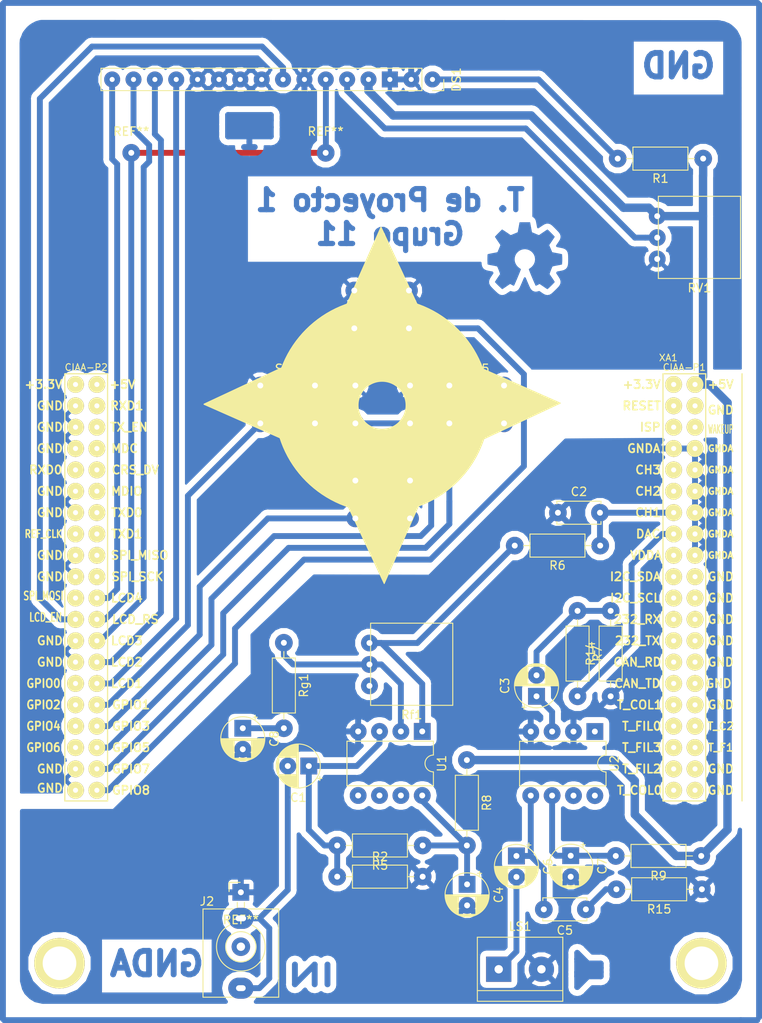
<source format=kicad_pcb>
(kicad_pcb (version 20171130) (host pcbnew 5.0.2-bee76a0~70~ubuntu16.04.1)
  (layers (0 F.Cu signal) (31 B.Cu signal) (34 B.Paste user hide) (35 F.Paste user hide) (36 B.SilkS user) (37 F.SilkS user) (38 B.Mask user hide) (39 F.Mask user hide) (44 Edge.Cuts user hide))
  (net 0 "")
  (net 1 "Net-(C1-Pad1)")
  (net 2 "Net-(C1-Pad2)")
  (net 3 GNDA)
  (net 4 "Net-(C3-Pad1)")
  (net 5 "Net-(C3-Pad2)")
  (net 6 /Audio_IN/Vcca_desacoplada)
  (net 7 "Net-(C5-Pad2)")
  (net 8 "Net-(C5-Pad1)")
  (net 9 "Net-(C6-Pad2)")
  (net 10 GND)
  (net 11 +5V)
  (net 12 "Net-(DS1-Pad3)")
  (net 13 /EDU-CIAA-P2/RS)
  (net 14 /EDU-CIAA-P2/LCD_EN)
  (net 15 /EDU-CIAA-P2/LCD1)
  (net 16 /EDU-CIAA-P2/LCD2)
  (net 17 /EDU-CIAA-P2/LCD3)
  (net 18 /EDU-CIAA-P2/LCD4)
  (net 19 "Net-(DS1-Pad15)")
  (net 20 /Audio_OUT/DAC)
  (net 21 "Net-(Rf1-Pad2)")
  (net 22 /Audio_IN/ADC)
  (net 23 /EDU-CIAA-P2/TEC_UP)
  (net 24 /EDU-CIAA-P2/TEC_DOWN)
  (net 25 /EDU-CIAA-P2/TEC_OK)
  (net 26 /EDU-CIAA-P2/TEC_LEFT)
  (net 27 /EDU-CIAA-P2/TEC_RIGHT)
  (net 28 +3.3VA)
  (net 29 +3V3)
  (net 30 "Net-(Rf1-Pad3)")
  (net 31 "Net-(U2-Pad8)")
  (net 32 "Net-(U2-Pad7)")
  (net 33 "Net-(U2-Pad1)")
  (net 34 "Net-(XA1-Pad75)")
  (net 35 "Net-(XA1-Pad73)")
  (net 36 "Net-(XA1-Pad71)")
  (net 37 "Net-(XA1-Pad69)")
  (net 38 "Net-(XA1-Pad61)")
  (net 39 "Net-(XA1-Pad60)")
  (net 40 "Net-(XA1-Pad58)")
  (net 41 "Net-(XA1-Pad56)")
  (net 42 "Net-(XA1-Pad55)")
  (net 43 "Net-(XA1-Pad54)")
  (net 44 "Net-(XA1-Pad52)")
  (net 45 "Net-(XA1-Pad50)")
  (net 46 "Net-(XA1-Pad49)")
  (net 47 "Net-(XA1-Pad48)")
  (net 48 "Net-(XA1-Pad46)")
  (net 49 "Net-(XA1-Pad44)")
  (net 50 "Net-(XA1-Pad39)")
  (net 51 "Net-(XA1-Pad9)")
  (net 52 "Net-(XA1-Pad5)")
  (net 53 "Net-(XA1-Pad3)")
  (net 54 "Net-(XA1-Pad37)")
  (net 55 "Net-(XA1-Pad35)")
  (net 56 "Net-(XA1-Pad36)")
  (net 57 "Net-(XA1-Pad34)")
  (net 58 "Net-(XA1-Pad33)")
  (net 59 "Net-(XA1-Pad31)")
  (net 60 "Net-(XA1-Pad29)")
  (net 61 "Net-(XA1-Pad27)")
  (net 62 "Net-(XA1-Pad25)")
  (net 63 "Net-(XA1-Pad23)")
  (net 64 "Net-(XA1-Pad21)")
  (net 65 "Net-(XA1-Pad19)")
  (net 66 "Net-(XA1-Pad6)")
  (net 67 "Net-(XA1-Pad11)")
  (net 68 "Net-(C7-Pad1)")
  (net 69 "Net-(XA1-Pad38)")
  (net 70 "Net-(XA1-Pad4)")
  (net 71 "Net-(R6-Pad2)")
  (net 72 "Net-(U1-Pad7)")
  (net 73 "Net-(U1-Pad6)")
  (net 74 "Net-(U1-Pad5)")
  (net 75 "Net-(C8-Pad1)")
  (module MountingHole:MountingHole_2.2mm_M2 (layer F.Cu) (at 75.0316 150.495)
    (fp_text reference REF** (at 0 -3.2) (layer F.SilkS))
    (fp_text value MountingHole_2.2mm_M2)
    (pad "" thru_hole circle (at 0 0) (size 2.2 2.2) (drill 1) (layers *.Cu *.Mask))
  )
  (module equalizador_audio:poncho_recortado (layer F.Cu) (at 126.492 83.6295)
    (fp_text reference XA1 (at -0.635 -3.175) (layer F.SilkS) (effects (font (size 0.8 0.8) (thickness 0.12))))
    (fp_text value Conn_Poncho2P_2x_20x2 hide)
    (fp_text user GPIO8 (at -64.516 48.26) (layer F.SilkS) (effects (font (thickness 0.2))))
    (fp_text user GPIO7 (at -64.516 45.72) (layer F.SilkS) (effects (font (thickness 0.2))))
    (fp_text user GPIO5 (at -64.516 43.18) (layer F.SilkS) (effects (font (thickness 0.2))))
    (fp_text user GPIO3 (at -64.516 40.64) (layer F.SilkS) (effects (font (thickness 0.2))))
    (fp_text user GPIO1 (at -64.516 38.1) (layer F.SilkS) (effects (font (thickness 0.2))))
    (fp_text user LCD1 (at -65.024 35.56) (layer F.SilkS) (effects (font (thickness 0.2))))
    (fp_text user LCD2 (at -65.024 33.02) (layer F.SilkS) (effects (font (thickness 0.2))))
    (fp_text user LCD3 (at -65.024 30.48) (layer F.SilkS) (effects (font (thickness 0.2))))
    (fp_text user LCD_RS (at -64.008 27.94) (layer F.SilkS) (effects (font (thickness 0.2))))
    (fp_text user LCD4 (at -65.024 25.4) (layer F.SilkS) (effects (font (thickness 0.2))))
    (fp_text user SPI_SCK (at -63.754 22.86) (layer F.SilkS) (effects (font (thickness 0.2))))
    (fp_text user SPI_MISO (at -63.5 20.32) (layer F.SilkS) (effects (font (thickness 0.2))))
    (fp_text user TXD1 (at -65.024 17.78) (layer F.SilkS) (effects (font (thickness 0.2))))
    (fp_text user TXD0 (at -65.024 15.24) (layer F.SilkS) (effects (font (thickness 0.2))))
    (fp_text user MDIO (at -65.024 12.7) (layer F.SilkS) (effects (font (thickness 0.2))))
    (fp_text user CRS_DV (at -64.008 10.16) (layer F.SilkS) (effects (font (thickness 0.2))))
    (fp_text user MDC (at -65.278 7.62) (layer F.SilkS) (effects (font (thickness 0.2))))
    (fp_text user TX_EN (at -64.77 5.08) (layer F.SilkS) (effects (font (thickness 0.2))))
    (fp_text user RXD1 (at -65.024 2.54) (layer F.SilkS) (effects (font (thickness 0.2))))
    (fp_text user +5V (at -65.532 0) (layer F.SilkS) (effects (font (thickness 0.2))))
    (fp_text user GND (at -74.168 48.006) (layer F.SilkS) (effects (font (thickness 0.2))))
    (fp_text user GND (at -74.168 45.72) (layer F.SilkS) (effects (font (thickness 0.2))))
    (fp_text user GPIO6 (at -74.93 43.18) (layer F.SilkS) (effects (font (size 1 0.9) (thickness 0.2))))
    (fp_text user GPIO4 (at -74.93 40.64) (layer F.SilkS) (effects (font (size 1 0.9) (thickness 0.2))))
    (fp_text user GPIO2 (at -74.93 38.1) (layer F.SilkS) (effects (font (size 1 0.9) (thickness 0.2))))
    (fp_text user GPIO0 (at -74.93 35.56) (layer F.SilkS) (effects (font (size 1 0.9) (thickness 0.2))))
    (fp_text user GND (at -74.168 33.02) (layer F.SilkS) (effects (font (thickness 0.2))))
    (fp_text user GND (at -74.168 30.48) (layer F.SilkS) (effects (font (thickness 0.2))))
    (fp_text user LCD_EN (at -74.676 27.686) (layer F.SilkS) (effects (font (size 1 0.7) (thickness 0.17))))
    (fp_text user SPI_MOSI (at -74.93 25.146) (layer F.SilkS) (effects (font (size 1 0.7) (thickness 0.17))))
    (fp_text user GND (at -74.168 22.86) (layer F.SilkS) (effects (font (thickness 0.2))))
    (fp_text user GND (at -74.168 20.32) (layer F.SilkS) (effects (font (thickness 0.2))))
    (fp_text user REF_CLK (at -74.93 17.78) (layer F.SilkS) (effects (font (size 0.9 0.7) (thickness 0.175))))
    (fp_text user GND (at -74.168 15.24) (layer F.SilkS) (effects (font (thickness 0.2))))
    (fp_text user GND (at -74.168 12.7) (layer F.SilkS) (effects (font (thickness 0.2))))
    (fp_text user GND (at -74.168 7.62) (layer F.SilkS) (effects (font (thickness 0.2))))
    (fp_text user RXD0 (at -74.676 10.16) (layer F.SilkS) (effects (font (thickness 0.2))))
    (fp_text user GND (at -74.168 5.08) (layer F.SilkS) (effects (font (thickness 0.2))))
    (fp_text user GND (at -74.168 2.54) (layer F.SilkS) (effects (font (thickness 0.2))))
    (fp_text user +3.3V (at -74.93 0) (layer F.SilkS) (effects (font (thickness 0.2))))
    (fp_text user GND (at 5.588 48.26) (layer F.SilkS) (effects (font (thickness 0.2))))
    (fp_text user GND (at 5.588 45.72) (layer F.SilkS) (effects (font (thickness 0.2))))
    (fp_text user T_F1 (at 5.588 43.18) (layer F.SilkS) (effects (font (size 0.9 0.9) (thickness 0.18))))
    (fp_text user T_C2 (at 5.588 40.64) (layer F.SilkS) (effects (font (size 0.9 0.9) (thickness 0.18))))
    (fp_text user GND (at 5.588 38.1) (layer F.SilkS) (effects (font (thickness 0.2))))
    (fp_text user GND (at 5.334 35.56) (layer F.SilkS) (effects (font (thickness 0.2))))
    (fp_text user GND (at 5.588 33.02) (layer F.SilkS) (effects (font (thickness 0.2))))
    (fp_text user GND (at 5.588 30.48) (layer F.SilkS) (effects (font (thickness 0.2))))
    (fp_text user GND (at 5.588 27.94) (layer F.SilkS) (effects (font (thickness 0.2))))
    (fp_text user GND (at 5.588 25.4) (layer F.SilkS) (effects (font (thickness 0.2))))
    (fp_text user GND (at 5.588 22.86) (layer F.SilkS) (effects (font (thickness 0.2))))
    (fp_text user GNDA (at 5.588 20.32) (layer F.SilkS) (effects (font (size 0.76 0.76) (thickness 0.19))))
    (fp_text user GNDA (at 5.588 17.78) (layer F.SilkS) (effects (font (size 0.76 0.76) (thickness 0.19))))
    (fp_text user GNDA (at 5.588 15.24) (layer F.SilkS) (effects (font (size 0.76 0.76) (thickness 0.19))))
    (fp_text user GNDA (at 5.588 12.7) (layer F.SilkS) (effects (font (size 0.76 0.76) (thickness 0.19))))
    (fp_text user GNDA (at 5.588 10.16) (layer F.SilkS) (effects (font (size 0.76 0.76) (thickness 0.19))))
    (fp_text user GNDA (at 5.588 7.62) (layer F.SilkS) (effects (font (size 0.76 0.76) (thickness 0.19))))
    (fp_text user WAKEUP (at 5.588 5.334) (layer F.SilkS) (effects (font (size 1 0.5) (thickness 0.125))))
    (fp_text user GND (at 5.588 3.048) (layer F.SilkS) (effects (font (thickness 0.2))))
    (fp_text user +5V (at 5.588 0) (layer F.SilkS) (effects (font (thickness 0.2))))
    (fp_text user T_COL0 (at -4.064 48.26) (layer F.SilkS) (effects (font (thickness 0.2))))
    (fp_text user T_FIL2 (at -3.81 45.72) (layer F.SilkS) (effects (font (thickness 0.2))))
    (fp_text user T_FIL3 (at -3.81 43.18) (layer F.SilkS) (effects (font (thickness 0.2))))
    (fp_text user T_FIL0 (at -3.81 40.64) (layer F.SilkS) (effects (font (thickness 0.2))))
    (fp_text user T_COL1 (at -4.064 38.1) (layer F.SilkS) (effects (font (thickness 0.2))))
    (fp_text user CAN_TD (at -4.318 35.56) (layer F.SilkS) (effects (font (thickness 0.2))))
    (fp_text user CAN_RD (at -4.318 33.02) (layer F.SilkS) (effects (font (thickness 0.2))))
    (fp_text user 232_TX (at -4.318 30.48) (layer F.SilkS) (effects (font (thickness 0.2))))
    (fp_text user 232_RX (at -4.318 27.94) (layer F.SilkS) (effects (font (thickness 0.2))))
    (fp_text user I2C_SCL (at -4.572 25.4) (layer F.SilkS) (effects (font (thickness 0.2))))
    (fp_text user I2C_SDA (at -4.572 22.86) (layer F.SilkS) (effects (font (thickness 0.2))))
    (fp_text user VDDA (at -3.302 20.32) (layer F.SilkS) (effects (font (thickness 0.2))))
    (fp_text user DAC (at -3.048 17.78) (layer F.SilkS) (effects (font (thickness 0.2))))
    (fp_text user CH1 (at -3.048 15.24) (layer F.SilkS) (effects (font (thickness 0.2))))
    (fp_text user CH2 (at -3.048 12.7) (layer F.SilkS) (effects (font (thickness 0.2))))
    (fp_text user CH3 (at -3.048 10.16) (layer F.SilkS) (effects (font (thickness 0.2))))
    (fp_text user GNDA (at -3.556 7.62) (layer F.SilkS) (effects (font (thickness 0.2))))
    (fp_text user ISP (at -2.794 5.08) (layer F.SilkS) (effects (font (thickness 0.2))))
    (fp_text user RESET (at -3.81 2.54) (layer F.SilkS) (effects (font (thickness 0.2))))
    (fp_text user CIAA-P2 (at -69.85 -2.032) (layer F.SilkS) (effects (font (size 0.8 0.8) (thickness 0.12))))
    (fp_text user CIAA-P1 (at 1.27 -2.032) (layer F.SilkS) (effects (font (size 0.8 0.8) (thickness 0.12))))
    (fp_text user +3.3V (at -3.81 0) (layer F.SilkS) (effects (font (thickness 0.2))))
    (pad 1 thru_hole circle (at 0 0 270) (size 2 2) (drill 0.6) (layers *.Cu *.Mask F.SilkS) (net 29 +3V3))
    (pad 2 thru_hole circle (at 2.54 0 270) (size 2 2) (drill 0.6) (layers *.Cu *.Mask F.SilkS) (net 11 +5V))
    (pad 11 thru_hole circle (at 0 12.7 270) (size 2 2) (drill 0.6) (layers *.Cu *.Mask F.SilkS) (net 67 "Net-(XA1-Pad11)"))
    (pad 4 thru_hole circle (at 2.54 2.54 270) (size 2 2) (drill 0.6) (layers *.Cu *.Mask F.SilkS) (net 70 "Net-(XA1-Pad4)"))
    (pad 13 thru_hole circle (at 0 15.24 270) (size 2 2) (drill 0.6) (layers *.Cu *.Mask F.SilkS) (net 22 /Audio_IN/ADC))
    (pad 6 thru_hole circle (at 2.54 5.08 270) (size 2 2) (drill 0.6) (layers *.Cu *.Mask F.SilkS) (net 66 "Net-(XA1-Pad6)"))
    (pad 15 thru_hole circle (at 0 17.78 270) (size 2 2) (drill 0.6) (layers *.Cu *.Mask F.SilkS) (net 20 /Audio_OUT/DAC))
    (pad 8 thru_hole circle (at 2.54 7.62 270) (size 2 2) (drill 0.6) (layers *.Cu *.Mask F.SilkS) (net 3 GNDA))
    (pad 17 thru_hole circle (at 0 20.32 270) (size 2 2) (drill 0.6) (layers *.Cu *.Mask F.SilkS) (net 28 +3.3VA))
    (pad 10 thru_hole circle (at 2.54 10.16 270) (size 2 2) (drill 0.6) (layers *.Cu *.Mask F.SilkS) (net 3 GNDA))
    (pad 19 thru_hole circle (at 0 22.86 270) (size 2 2) (drill 0.6) (layers *.Cu *.Mask F.SilkS) (net 65 "Net-(XA1-Pad19)"))
    (pad 12 thru_hole circle (at 2.54 12.7 270) (size 2 2) (drill 0.6) (layers *.Cu *.Mask F.SilkS) (net 3 GNDA))
    (pad 21 thru_hole circle (at 0 25.4 270) (size 2 2) (drill 0.6) (layers *.Cu *.Mask F.SilkS) (net 64 "Net-(XA1-Pad21)"))
    (pad 14 thru_hole circle (at 2.54 15.24 270) (size 2 2) (drill 0.6) (layers *.Cu *.Mask F.SilkS) (net 3 GNDA))
    (pad 23 thru_hole circle (at 0 27.94 270) (size 2 2) (drill 0.6) (layers *.Cu *.Mask F.SilkS) (net 63 "Net-(XA1-Pad23)"))
    (pad 16 thru_hole circle (at 2.54 17.78 270) (size 2 2) (drill 0.6) (layers *.Cu *.Mask F.SilkS) (net 3 GNDA))
    (pad 25 thru_hole circle (at 0 30.48 270) (size 2 2) (drill 0.6) (layers *.Cu *.Mask F.SilkS) (net 62 "Net-(XA1-Pad25)"))
    (pad 18 thru_hole circle (at 2.54 20.32 270) (size 2 2) (drill 0.6) (layers *.Cu *.Mask F.SilkS) (net 3 GNDA))
    (pad 27 thru_hole circle (at 0 33.02 270) (size 2 2) (drill 0.6) (layers *.Cu *.Mask F.SilkS) (net 61 "Net-(XA1-Pad27)"))
    (pad 20 thru_hole circle (at 2.54 22.86 270) (size 2 2) (drill 0.6) (layers *.Cu *.Mask F.SilkS) (net 10 GND))
    (pad 29 thru_hole circle (at 0 35.56 270) (size 2 2) (drill 0.6) (layers *.Cu *.Mask F.SilkS) (net 60 "Net-(XA1-Pad29)"))
    (pad 22 thru_hole circle (at 2.54 25.4 270) (size 2 2) (drill 0.6) (layers *.Cu *.Mask F.SilkS) (net 10 GND))
    (pad 31 thru_hole circle (at 0 38.1 270) (size 2 2) (drill 0.6) (layers *.Cu *.Mask F.SilkS) (net 59 "Net-(XA1-Pad31)"))
    (pad 24 thru_hole circle (at 2.54 27.94 270) (size 2 2) (drill 0.6) (layers *.Cu *.Mask F.SilkS) (net 10 GND))
    (pad 26 thru_hole circle (at 2.54 30.48 270) (size 2 2) (drill 0.6) (layers *.Cu *.Mask F.SilkS) (net 10 GND))
    (pad 33 thru_hole circle (at 0 40.64 270) (size 2 2) (drill 0.6) (layers *.Cu *.Mask F.SilkS) (net 58 "Net-(XA1-Pad33)"))
    (pad 28 thru_hole circle (at 2.54 33.02 270) (size 2 2) (drill 0.6) (layers *.Cu *.Mask F.SilkS) (net 10 GND))
    (pad 32 thru_hole circle (at 2.54 38.1 270) (size 2 2) (drill 0.6) (layers *.Cu *.Mask F.SilkS) (net 10 GND))
    (pad 34 thru_hole circle (at 2.54 40.64 270) (size 2 2) (drill 0.6) (layers *.Cu *.Mask F.SilkS) (net 57 "Net-(XA1-Pad34)"))
    (pad 36 thru_hole circle (at 2.54 43.18 270) (size 2 2) (drill 0.6) (layers *.Cu *.Mask F.SilkS) (net 56 "Net-(XA1-Pad36)"))
    (pad 38 thru_hole circle (at 2.54 45.72 270) (size 2 2) (drill 0.6) (layers *.Cu *.Mask F.SilkS) (net 69 "Net-(XA1-Pad38)"))
    (pad 35 thru_hole circle (at 0 43.18 270) (size 2 2) (drill 0.6) (layers *.Cu *.Mask F.SilkS) (net 55 "Net-(XA1-Pad35)"))
    (pad 37 thru_hole circle (at 0 45.72 270) (size 2 2) (drill 0.6) (layers *.Cu *.Mask F.SilkS) (net 54 "Net-(XA1-Pad37)"))
    (pad 3 thru_hole circle (at 0 2.54 270) (size 2 2) (drill 0.6) (layers *.Cu *.Mask F.SilkS) (net 53 "Net-(XA1-Pad3)"))
    (pad 5 thru_hole circle (at 0 5.08 270) (size 2 2) (drill 0.6) (layers *.Cu *.Mask F.SilkS) (net 52 "Net-(XA1-Pad5)"))
    (pad 7 thru_hole circle (at 0 7.62 270) (size 2 2) (drill 0.6) (layers *.Cu *.Mask F.SilkS) (net 3 GNDA))
    (pad 9 thru_hole circle (at 0 10.16 270) (size 2 2) (drill 0.6) (layers *.Cu *.Mask F.SilkS) (net 51 "Net-(XA1-Pad9)"))
    (pad 39 thru_hole circle (at 0 48.26 270) (size 2 2) (drill 0.6) (layers *.Cu *.Mask F.SilkS) (net 50 "Net-(XA1-Pad39)"))
    (pad 40 thru_hole circle (at 2.54 48.26 270) (size 2 2) (drill 0.6) (layers *.Cu *.Mask F.SilkS) (net 69 "Net-(XA1-Pad38)"))
    (pad 30 thru_hole circle (at 2.54 35.56 270) (size 2 2) (drill 0.6) (layers *.Cu *.Mask F.SilkS) (net 10 GND))
    (pad 41 thru_hole circle (at -71.12 0 270) (size 2 2) (drill 0.6) (layers *.Cu *.Mask F.SilkS) (net 29 +3V3))
    (pad 42 thru_hole circle (at -68.58 0 270) (size 2 2) (drill 0.6) (layers *.Cu *.Mask F.SilkS) (net 11 +5V))
    (pad 43 thru_hole circle (at -71.12 2.54 270) (size 2 2) (drill 0.6) (layers *.Cu *.Mask F.SilkS) (net 10 GND))
    (pad 44 thru_hole circle (at -68.58 2.54 270) (size 2 2) (drill 0.6) (layers *.Cu *.Mask F.SilkS) (net 49 "Net-(XA1-Pad44)"))
    (pad 45 thru_hole circle (at -71.12 5.08 270) (size 2 2) (drill 0.6) (layers *.Cu *.Mask F.SilkS) (net 10 GND))
    (pad 46 thru_hole circle (at -68.58 5.08 270) (size 2 2) (drill 0.6) (layers *.Cu *.Mask F.SilkS) (net 48 "Net-(XA1-Pad46)"))
    (pad 47 thru_hole circle (at -71.12 7.62 270) (size 2 2) (drill 0.6) (layers *.Cu *.Mask F.SilkS) (net 10 GND))
    (pad 48 thru_hole circle (at -68.58 7.62 270) (size 2 2) (drill 0.6) (layers *.Cu *.Mask F.SilkS) (net 47 "Net-(XA1-Pad48)"))
    (pad 49 thru_hole circle (at -71.12 10.16 270) (size 2 2) (drill 0.6) (layers *.Cu *.Mask F.SilkS) (net 46 "Net-(XA1-Pad49)"))
    (pad 50 thru_hole circle (at -68.58 10.16 270) (size 2 2) (drill 0.6) (layers *.Cu *.Mask F.SilkS) (net 45 "Net-(XA1-Pad50)"))
    (pad 51 thru_hole circle (at -71.12 12.7 270) (size 2 2) (drill 0.6) (layers *.Cu *.Mask F.SilkS) (net 10 GND))
    (pad 52 thru_hole circle (at -68.58 12.7 270) (size 2 2) (drill 0.6) (layers *.Cu *.Mask F.SilkS) (net 44 "Net-(XA1-Pad52)"))
    (pad 53 thru_hole circle (at -71.12 15.24 270) (size 2 2) (drill 0.6) (layers *.Cu *.Mask F.SilkS) (net 10 GND))
    (pad 54 thru_hole circle (at -68.58 15.24 270) (size 2 2) (drill 0.6) (layers *.Cu *.Mask F.SilkS) (net 43 "Net-(XA1-Pad54)"))
    (pad 55 thru_hole circle (at -71.12 17.78 270) (size 2 2) (drill 0.6) (layers *.Cu *.Mask F.SilkS) (net 42 "Net-(XA1-Pad55)"))
    (pad 56 thru_hole circle (at -68.58 17.78 270) (size 2 2) (drill 0.6) (layers *.Cu *.Mask F.SilkS) (net 41 "Net-(XA1-Pad56)"))
    (pad 57 thru_hole circle (at -71.12 20.32 270) (size 2 2) (drill 0.6) (layers *.Cu *.Mask F.SilkS) (net 10 GND))
    (pad 58 thru_hole circle (at -68.58 20.32 270) (size 2 2) (drill 0.6) (layers *.Cu *.Mask F.SilkS) (net 40 "Net-(XA1-Pad58)"))
    (pad 59 thru_hole circle (at -71.12 22.86 270) (size 2 2) (drill 0.6) (layers *.Cu *.Mask F.SilkS) (net 10 GND))
    (pad 60 thru_hole circle (at -68.58 22.86 270) (size 2 2) (drill 0.6) (layers *.Cu *.Mask F.SilkS) (net 39 "Net-(XA1-Pad60)"))
    (pad 61 thru_hole circle (at -71.12 25.4 270) (size 2 2) (drill 0.6) (layers *.Cu *.Mask F.SilkS) (net 38 "Net-(XA1-Pad61)"))
    (pad 62 thru_hole circle (at -68.58 25.4 270) (size 2 2) (drill 0.6) (layers *.Cu *.Mask F.SilkS) (net 18 /EDU-CIAA-P2/LCD4))
    (pad 63 thru_hole circle (at -71.12 27.94 270) (size 2 2) (drill 0.6) (layers *.Cu *.Mask F.SilkS) (net 14 /EDU-CIAA-P2/LCD_EN))
    (pad 64 thru_hole circle (at -68.58 27.94 270) (size 2 2) (drill 0.6) (layers *.Cu *.Mask F.SilkS) (net 13 /EDU-CIAA-P2/RS))
    (pad 65 thru_hole circle (at -71.12 30.48 270) (size 2 2) (drill 0.6) (layers *.Cu *.Mask F.SilkS) (net 10 GND))
    (pad 66 thru_hole circle (at -68.58 30.48 270) (size 2 2) (drill 0.6) (layers *.Cu *.Mask F.SilkS) (net 17 /EDU-CIAA-P2/LCD3))
    (pad 67 thru_hole circle (at -71.12 33.02 270) (size 2 2) (drill 0.6) (layers *.Cu *.Mask F.SilkS) (net 10 GND))
    (pad 68 thru_hole circle (at -68.58 33.02 270) (size 2 2) (drill 0.6) (layers *.Cu *.Mask F.SilkS) (net 16 /EDU-CIAA-P2/LCD2))
    (pad 69 thru_hole circle (at -71.12 35.56 270) (size 2 2) (drill 0.6) (layers *.Cu *.Mask F.SilkS) (net 37 "Net-(XA1-Pad69)"))
    (pad 70 thru_hole circle (at -68.58 35.56 270) (size 2 2) (drill 0.6) (layers *.Cu *.Mask F.SilkS) (net 15 /EDU-CIAA-P2/LCD1))
    (pad 71 thru_hole circle (at -71.12 38.1 270) (size 2 2) (drill 0.6) (layers *.Cu *.Mask F.SilkS) (net 36 "Net-(XA1-Pad71)"))
    (pad 72 thru_hole circle (at -68.58 38.1 270) (size 2 2) (drill 0.6) (layers *.Cu *.Mask F.SilkS) (net 26 /EDU-CIAA-P2/TEC_LEFT))
    (pad 73 thru_hole circle (at -71.12 40.64 270) (size 2 2) (drill 0.6) (layers *.Cu *.Mask F.SilkS) (net 35 "Net-(XA1-Pad73)"))
    (pad 74 thru_hole circle (at -68.58 40.64 270) (size 2 2) (drill 0.6) (layers *.Cu *.Mask F.SilkS) (net 24 /EDU-CIAA-P2/TEC_DOWN))
    (pad 75 thru_hole circle (at -71.12 43.18 270) (size 2 2) (drill 0.6) (layers *.Cu *.Mask F.SilkS) (net 34 "Net-(XA1-Pad75)"))
    (pad 76 thru_hole circle (at -68.58 43.18 270) (size 2 2) (drill 0.6) (layers *.Cu *.Mask F.SilkS) (net 25 /EDU-CIAA-P2/TEC_OK))
    (pad 77 thru_hole circle (at -71.12 45.72 270) (size 2 2) (drill 0.6) (layers *.Cu *.Mask F.SilkS) (net 10 GND))
    (pad 78 thru_hole circle (at -68.58 45.72 270) (size 2 2) (drill 0.6) (layers *.Cu *.Mask F.SilkS) (net 27 /EDU-CIAA-P2/TEC_RIGHT))
    (pad 79 thru_hole circle (at -71.12 48.26 270) (size 2 2) (drill 0.6) (layers *.Cu *.Mask F.SilkS) (net 10 GND))
    (pad 80 thru_hole circle (at -68.58 48.26 270) (size 2 2) (drill 0.6) (layers *.Cu *.Mask F.SilkS) (net 23 /EDU-CIAA-P2/TEC_UP))
    (pad ~ thru_hole circle (at -73.025 68.834 270) (size 6 6) (drill 4) (layers *.Cu *.Mask F.SilkS))
    (pad ~ thru_hole circle (at 3.302 68.834 270) (size 6 6) (drill 4) (layers *.Cu *.Mask F.SilkS))
  )
  (module Button_Switch_THT:SW_PUSH_6mm_H5mm (layer F.Cu) (at 88.519 72.4535)
    (fp_text reference SW1 (at 3.25 -2) (layer F.SilkS))
    (fp_text value SW_Push)
    (pad 2 thru_hole circle (at 0 4.5 90) (size 2.1 2.1) (drill 0.7) (layers *.Cu *.Mask) (net 23 /EDU-CIAA-P2/TEC_UP))
    (pad 1 thru_hole circle (at 0 0 90) (size 2.1 2.1) (drill 0.7) (layers *.Cu *.Mask) (net 10 GND))
    (pad 2 thru_hole circle (at 6.5 4.5 90) (size 2.1 2.1) (drill 0.7) (layers *.Cu *.Mask) (net 23 /EDU-CIAA-P2/TEC_UP))
    (pad 1 thru_hole circle (at 6.5 0 90) (size 2.1 2.1) (drill 0.7) (layers *.Cu *.Mask) (net 10 GND))
  )
  (module Package_DIP:DIP-8_W7.62mm (layer F.Cu) (at 96.5962 124.8918 270)
    (fp_text reference U1 (at 3.81 -2.33 270) (layer F.SilkS))
    (fp_text value LM358)
    (pad 8 thru_hole oval (at 7.62 0 270) (size 2 2) (drill 0.7) (layers *.Cu *.Mask) (net 6 /Audio_IN/Vcca_desacoplada))
    (pad 4 thru_hole oval (at 0 7.62 270) (size 2 2) (drill 0.7) (layers *.Cu *.Mask) (net 3 GNDA))
    (pad 7 thru_hole oval (at 7.62 2.54 270) (size 2 2) (drill 0.7) (layers *.Cu *.Mask) (net 72 "Net-(U1-Pad7)"))
    (pad 3 thru_hole oval (at 0 5.08 270) (size 2 2) (drill 0.7) (layers *.Cu *.Mask) (net 1 "Net-(C1-Pad1)"))
    (pad 6 thru_hole oval (at 7.62 5.08 270) (size 2 2) (drill 0.7) (layers *.Cu *.Mask) (net 73 "Net-(U1-Pad6)"))
    (pad 2 thru_hole oval (at 0 2.54 270) (size 2 2) (drill 0.7) (layers *.Cu *.Mask) (net 21 "Net-(Rf1-Pad2)"))
    (pad 5 thru_hole oval (at 7.62 7.62 270) (size 2 2) (drill 0.7) (layers *.Cu *.Mask) (net 74 "Net-(U1-Pad5)"))
    (pad 1 thru_hole rect (at 0 0 270) (size 2 2) (drill 0.7) (layers *.Cu *.Mask) (net 71 "Net-(R6-Pad2)"))
  )
  (module Package_DIP:DIP-8_W7.62mm (layer F.Cu) (at 117.1194 124.9045 270)
    (fp_text reference U2 (at 3.81 -2.33 270) (layer F.SilkS))
    (fp_text value LM386)
    (pad 8 thru_hole oval (at 7.62 0 270) (size 2 2) (drill 0.7) (layers *.Cu *.Mask) (net 31 "Net-(U2-Pad8)"))
    (pad 4 thru_hole oval (at 0 7.62 270) (size 2 2) (drill 0.7) (layers *.Cu *.Mask) (net 3 GNDA))
    (pad 7 thru_hole oval (at 7.62 2.54 270) (size 2 2) (drill 0.7) (layers *.Cu *.Mask) (net 32 "Net-(U2-Pad7)"))
    (pad 3 thru_hole oval (at 0 5.08 270) (size 2 2) (drill 0.7) (layers *.Cu *.Mask) (net 4 "Net-(C3-Pad1)"))
    (pad 6 thru_hole oval (at 7.62 5.08 270) (size 2 2) (drill 0.7) (layers *.Cu *.Mask) (net 68 "Net-(C7-Pad1)"))
    (pad 2 thru_hole oval (at 0 2.54 270) (size 2 2) (drill 0.7) (layers *.Cu *.Mask) (net 3 GNDA))
    (pad 5 thru_hole oval (at 7.62 7.62 270) (size 2 2) (drill 0.7) (layers *.Cu *.Mask) (net 7 "Net-(C5-Pad2)"))
    (pad 1 thru_hole rect (at 0 0 270) (size 2 2) (drill 0.7) (layers *.Cu *.Mask) (net 33 "Net-(U2-Pad1)"))
  )
  (module Connector_Audio:Jack_3.5mm_QingPu_WQP-PJ398SM_Vertical_CircularHoles (layer F.Cu) (at 75.0302 144.0226)
    (fp_text reference J2 (at -4.03 1.08 180) (layer F.SilkS))
    (fp_text value Audio_JACK_2P)
    (pad 3 thru_hole oval (at 0 11.4 180) (size 3 2.5) (drill oval 1.15 0.7) (layers *.Cu *.Mask) (net 2 "Net-(C1-Pad2)"))
    (pad 1 thru_hole rect (at 0 0 180) (size 2 2) (drill 0.7) (layers *.Cu *.Mask) (net 3 GNDA))
    (pad 2 thru_hole oval (at 0 3.1 180) (size 3 2.5) (drill oval 1.25 0.7) (layers *.Cu *.Mask) (net 2 "Net-(C1-Pad2)"))
  )
  (module equalizador_audio:potenciometro_acostado (layer F.Cu) (at 95.3262 114.3635 180)
    (fp_text reference Rf1 (at -0.015 -8.555 180) (layer F.SilkS))
    (fp_text value 10K)
    (pad 1 thru_hole circle (at 5.0038 -0.0127 180) (size 2 2) (drill 0.7) (layers *.Cu *.Mask) (net 71 "Net-(R6-Pad2)"))
    (pad 2 thru_hole circle (at 5.0038 -2.5654 180) (size 2 2) (drill 0.7) (layers *.Cu *.Mask) (net 21 "Net-(Rf1-Pad2)"))
    (pad 3 thru_hole circle (at 5.0038 -5.1054 180) (size 2 2) (drill 0.7) (layers *.Cu *.Mask) (net 30 "Net-(Rf1-Pad3)"))
  )
  (module equalizador_audio:potenciometro_acostado (layer F.Cu) (at 129.54 63.6016 180)
    (fp_text reference RV1 (at -0.015 -8.555 180) (layer F.SilkS))
    (fp_text value 10K)
    (pad 1 thru_hole circle (at 5.0038 -0.0127 180) (size 2 2) (drill 0.7) (layers *.Cu *.Mask) (net 11 +5V))
    (pad 2 thru_hole circle (at 5.0038 -2.5654 180) (size 2 2) (drill 0.7) (layers *.Cu *.Mask) (net 12 "Net-(DS1-Pad3)"))
    (pad 3 thru_hole circle (at 5.0038 -5.1054 180) (size 2 2) (drill 0.7) (layers *.Cu *.Mask) (net 10 GND))
  )
  (module Capacitor_THT:CP_Radial_D5.0mm_P2.50mm (layer F.Cu) (at 114.2492 139.6746 270)
    (fp_text reference C7 (at 1.25 -3.75 270) (layer F.SilkS))
    (fp_text value 10uF)
    (pad 1 thru_hole rect (at 0 0 270) (size 2 2) (drill 0.7) (layers *.Cu *.Mask) (net 68 "Net-(C7-Pad1)"))
    (pad 2 thru_hole circle (at 2.5 0 270) (size 2 2) (drill 0.7) (layers *.Cu *.Mask) (net 3 GNDA))
  )
  (module equalizador_audio:LCD-Catedra (layer F.Cu) (at 97.79 47.3583 270)
    (fp_text reference DS1 (at 0.024345 -2.8752 270) (layer F.SilkS))
    (fp_text value LCD16X2)
    (pad 1 thru_hole rect (at 0 5.0427 270) (size 1.9 1.9) (drill 0.6) (layers *.Cu *.Mask) (net 10 GND))
    (pad 2 thru_hole circle (at 0 7.5827 270) (size 1.9 1.9) (drill 0.6) (layers *.Cu *.Mask) (net 11 +5V))
    (pad 3 thru_hole circle (at 0 10.1227 270) (size 1.9 1.9) (drill 0.6) (layers *.Cu *.Mask) (net 12 "Net-(DS1-Pad3)"))
    (pad 4 thru_hole circle (at 0 12.6627 270) (size 1.9 1.9) (drill 0.6) (layers *.Cu *.Mask) (net 13 /EDU-CIAA-P2/RS))
    (pad 5 thru_hole circle (at 0 15.2027 270) (size 1.9 1.9) (drill 0.6) (layers *.Cu *.Mask) (net 10 GND))
    (pad 6 thru_hole circle (at 0 17.7427 270) (size 1.9 1.9) (drill 0.6) (layers *.Cu *.Mask) (net 14 /EDU-CIAA-P2/LCD_EN))
    (pad 7 thru_hole circle (at 0 20.2827 270) (size 1.9 1.9) (drill 0.6) (layers *.Cu *.Mask) (net 10 GND))
    (pad 8 thru_hole circle (at 0 22.8227 270) (size 1.9 1.9) (drill 0.6) (layers *.Cu *.Mask) (net 10 GND))
    (pad 9 thru_hole circle (at 0 25.3627 270) (size 1.9 1.9) (drill 0.6) (layers *.Cu *.Mask) (net 10 GND))
    (pad 10 thru_hole circle (at 0 27.9027 270) (size 1.9 1.9) (drill 0.6) (layers *.Cu *.Mask) (net 10 GND))
    (pad 11 thru_hole circle (at 0 30.4427 270) (size 1.9 1.9) (drill 0.6) (layers *.Cu *.Mask) (net 15 /EDU-CIAA-P2/LCD1))
    (pad 12 thru_hole circle (at 0 32.9827 270) (size 1.9 1.9) (drill 0.6) (layers *.Cu *.Mask) (net 16 /EDU-CIAA-P2/LCD2))
    (pad 13 thru_hole circle (at 0 35.5227 270) (size 1.9 1.9) (drill 0.6) (layers *.Cu *.Mask) (net 17 /EDU-CIAA-P2/LCD3))
    (pad 14 thru_hole circle (at 0 38.0627 270) (size 1.9 1.9) (drill 0.6) (layers *.Cu *.Mask) (net 18 /EDU-CIAA-P2/LCD4))
    (pad 15 thru_hole circle (at -0.0036 -0.024345 270) (size 1.9 1.9) (drill 0.6) (layers *.Cu *.Mask) (net 19 "Net-(DS1-Pad15)"))
    (pad 16 thru_hole circle (at -0.0036 2.502955 270) (size 1.9 1.9) (drill 0.6) (layers *.Cu *.Mask) (net 10 GND))
  )
  (module Capacitor_THT:C_Disc_D5.0mm_W2.5mm_P5.00mm (layer F.Cu) (at 112.729 98.8822)
    (fp_text reference C2 (at 2.5 -2.5) (layer F.SilkS))
    (fp_text value 0.01uF)
    (pad 2 thru_hole circle (at 5 0) (size 2.1 2.1) (drill 0.7) (layers *.Cu *.Mask) (net 22 /Audio_IN/ADC))
    (pad 1 thru_hole circle (at 0 0) (size 2.1 2.1) (drill 0.7) (layers *.Cu *.Mask) (net 3 GNDA))
  )
  (module Capacitor_THT:C_Disc_D5.0mm_W2.5mm_P5.00mm (layer F.Cu) (at 116.0526 146.05 180)
    (fp_text reference C5 (at 2.5 -2.5 180) (layer F.SilkS))
    (fp_text value 47nF)
    (pad 2 thru_hole circle (at 5 0 180) (size 2.1 2.1) (drill 0.7) (layers *.Cu *.Mask) (net 7 "Net-(C5-Pad2)"))
    (pad 1 thru_hole circle (at 0 0 180) (size 2.1 2.1) (drill 0.7) (layers *.Cu *.Mask) (net 8 "Net-(C5-Pad1)"))
  )
  (module TerminalBlock:TerminalBlock_bornier-2_P5.08mm (layer F.Cu) (at 105.6894 153.1747)
    (fp_text reference LS1 (at 2.54 -5.08) (layer F.SilkS))
    (fp_text value "8 Ohm")
    (pad 1 thru_hole rect (at 0 0) (size 3 3) (drill 1) (layers *.Cu *.Mask) (net 9 "Net-(C6-Pad2)"))
    (pad 2 thru_hole circle (at 5.08 0) (size 3 3) (drill 1) (layers *.Cu *.Mask) (net 3 GNDA))
  )
  (module Resistor_THT:R_Axial_DIN0207_L6.3mm_D2.5mm_P10.16mm_Horizontal (layer F.Cu) (at 129.9972 56.769 180)
    (fp_text reference R1 (at 5.08 -2.37 180) (layer F.SilkS))
    (fp_text value 100)
    (pad 2 thru_hole circle (at 10.16 0 180) (size 2.1 2.1) (drill 0.7) (layers *.Cu *.Mask) (net 19 "Net-(DS1-Pad15)"))
    (pad 1 thru_hole circle (at 0 0 180) (size 2.1 2.1) (drill 0.7) (layers *.Cu *.Mask) (net 11 +5V))
  )
  (module Resistor_THT:R_Axial_DIN0207_L6.3mm_D2.5mm_P10.16mm_Horizontal (layer F.Cu) (at 86.487 142.1638)
    (fp_text reference R2 (at 5.08 -2.37) (layer F.SilkS))
    (fp_text value 100k)
    (pad 2 thru_hole circle (at 10.16 0) (size 2.1 2.1) (drill 0.7) (layers *.Cu *.Mask) (net 3 GNDA))
    (pad 1 thru_hole circle (at 0 0) (size 2.1 2.1) (drill 0.7) (layers *.Cu *.Mask) (net 1 "Net-(C1-Pad1)"))
  )
  (module Resistor_THT:R_Axial_DIN0207_L6.3mm_D2.5mm_P10.16mm_Horizontal (layer F.Cu) (at 96.647 138.4554 180)
    (fp_text reference R5 (at 5.08 -2.37 180) (layer F.SilkS))
    (fp_text value 220k)
    (pad 2 thru_hole circle (at 10.16 0 180) (size 2.1 2.1) (drill 0.7) (layers *.Cu *.Mask) (net 1 "Net-(C1-Pad1)"))
    (pad 1 thru_hole circle (at 0 0 180) (size 2.1 2.1) (drill 0.7) (layers *.Cu *.Mask) (net 6 /Audio_IN/Vcca_desacoplada))
  )
  (module Resistor_THT:R_Axial_DIN0207_L6.3mm_D2.5mm_P10.16mm_Horizontal (layer F.Cu) (at 117.7544 102.7938 180)
    (fp_text reference R6 (at 5.08 -2.37 180) (layer F.SilkS))
    (fp_text value ~636)
    (pad 1 thru_hole circle (at 0 0 180) (size 2.1 2.1) (drill 0.7) (layers *.Cu *.Mask) (net 22 /Audio_IN/ADC))
    (pad 2 thru_hole circle (at 10.16 0 180) (size 2.1 2.1) (drill 0.7) (layers *.Cu *.Mask) (net 71 "Net-(R6-Pad2)"))
  )
  (module Resistor_THT:R_Axial_DIN0207_L6.3mm_D2.5mm_P10.16mm_Horizontal (layer F.Cu) (at 115.062 110.5535 270)
    (fp_text reference R7 (at 5.08 -2.37 270) (layer F.SilkS))
    (fp_text value 30k)
    (pad 1 thru_hole circle (at 0 0 270) (size 2.1 2.1) (drill 0.7) (layers *.Cu *.Mask) (net 5 "Net-(C3-Pad2)"))
    (pad 2 thru_hole circle (at 10.16 0 270) (size 2.1 2.1) (drill 0.7) (layers *.Cu *.Mask) (net 20 /Audio_OUT/DAC))
  )
  (module Resistor_THT:R_Axial_DIN0207_L6.3mm_D2.5mm_P10.16mm_Horizontal (layer F.Cu) (at 101.9048 128.2954 270)
    (fp_text reference R8 (at 5.08 -2.37 270) (layer F.SilkS))
    (fp_text value 100)
    (pad 2 thru_hole circle (at 10.16 0 270) (size 2.1 2.1) (drill 0.7) (layers *.Cu *.Mask) (net 6 /Audio_IN/Vcca_desacoplada))
    (pad 1 thru_hole circle (at 0 0 270) (size 2.1 2.1) (drill 0.7) (layers *.Cu *.Mask) (net 11 +5V))
  )
  (module Resistor_THT:R_Axial_DIN0207_L6.3mm_D2.5mm_P10.16mm_Horizontal (layer F.Cu) (at 118.999 120.7135 90)
    (fp_text reference R14 (at 5.08 -2.37 90) (layer F.SilkS))
    (fp_text value 1k)
    (pad 2 thru_hole circle (at 10.16 0 90) (size 2.1 2.1) (drill 0.7) (layers *.Cu *.Mask) (net 5 "Net-(C3-Pad2)"))
    (pad 1 thru_hole circle (at 0 0 90) (size 2.1 2.1) (drill 0.7) (layers *.Cu *.Mask) (net 3 GNDA))
  )
  (module Resistor_THT:R_Axial_DIN0207_L6.3mm_D2.5mm_P10.16mm_Horizontal (layer F.Cu) (at 129.8448 143.6624 180)
    (fp_text reference R15 (at 5.08 -2.37 180) (layer F.SilkS))
    (fp_text value 10)
    (pad 1 thru_hole circle (at 0 0 180) (size 2.1 2.1) (drill 0.7) (layers *.Cu *.Mask) (net 3 GNDA))
    (pad 2 thru_hole circle (at 10.16 0 180) (size 2.1 2.1) (drill 0.7) (layers *.Cu *.Mask) (net 8 "Net-(C5-Pad1)"))
  )
  (module Resistor_THT:R_Axial_DIN0207_L6.3mm_D2.5mm_P10.16mm_Horizontal (layer F.Cu) (at 80.1434 114.3508 270)
    (fp_text reference Rg1 (at 5.08 -2.37 270) (layer F.SilkS))
    (fp_text value 10k)
    (pad 1 thru_hole circle (at 0 0 270) (size 2.1 2.1) (drill 0.7) (layers *.Cu *.Mask) (net 21 "Net-(Rf1-Pad2)"))
    (pad 2 thru_hole circle (at 10.16 0 270) (size 2.1 2.1) (drill 0.7) (layers *.Cu *.Mask) (net 75 "Net-(C8-Pad1)"))
  )
  (module Button_Switch_THT:SW_PUSH_6mm_H5mm (layer F.Cu) (at 88.646 95.0595)
    (fp_text reference SW2 (at 3.25 -2) (layer F.SilkS))
    (fp_text value SW_Push)
    (pad 1 thru_hole circle (at 6.5 0 90) (size 2.1 2.1) (drill 0.7) (layers *.Cu *.Mask) (net 10 GND))
    (pad 2 thru_hole circle (at 6.5 4.5 90) (size 2.1 2.1) (drill 0.7) (layers *.Cu *.Mask) (net 24 /EDU-CIAA-P2/TEC_DOWN))
    (pad 1 thru_hole circle (at 0 0 90) (size 2.1 2.1) (drill 0.7) (layers *.Cu *.Mask) (net 10 GND))
    (pad 2 thru_hole circle (at 0 4.5 90) (size 2.1 2.1) (drill 0.7) (layers *.Cu *.Mask) (net 24 /EDU-CIAA-P2/TEC_DOWN))
  )
  (module Button_Switch_THT:SW_PUSH_6mm_H5mm (layer F.Cu) (at 88.646 83.7565)
    (fp_text reference SW3 (at 3.25 -2) (layer F.SilkS))
    (fp_text value SW_Push)
    (pad 2 thru_hole circle (at 0 4.5 90) (size 2.1 2.1) (drill 0.7) (layers *.Cu *.Mask) (net 25 /EDU-CIAA-P2/TEC_OK))
    (pad 1 thru_hole circle (at 0 0 90) (size 2.1 2.1) (drill 0.7) (layers *.Cu *.Mask) (net 10 GND))
    (pad 2 thru_hole circle (at 6.5 4.5 90) (size 2.1 2.1) (drill 0.7) (layers *.Cu *.Mask) (net 25 /EDU-CIAA-P2/TEC_OK))
    (pad 1 thru_hole circle (at 6.5 0 90) (size 2.1 2.1) (drill 0.7) (layers *.Cu *.Mask) (net 10 GND))
  )
  (module Button_Switch_THT:SW_PUSH_6mm_H5mm (layer F.Cu) (at 77.343 83.7565)
    (fp_text reference SW4 (at 3.25 -2) (layer F.SilkS))
    (fp_text value SW_Push)
    (pad 1 thru_hole circle (at 6.5 0 90) (size 2.1 2.1) (drill 0.7) (layers *.Cu *.Mask) (net 10 GND))
    (pad 2 thru_hole circle (at 6.5 4.5 90) (size 2.1 2.1) (drill 0.7) (layers *.Cu *.Mask) (net 26 /EDU-CIAA-P2/TEC_LEFT))
    (pad 1 thru_hole circle (at 0 0 90) (size 2.1 2.1) (drill 0.7) (layers *.Cu *.Mask) (net 10 GND))
    (pad 2 thru_hole circle (at 0 4.5 90) (size 2.1 2.1) (drill 0.7) (layers *.Cu *.Mask) (net 26 /EDU-CIAA-P2/TEC_LEFT))
  )
  (module Button_Switch_THT:SW_PUSH_6mm_H5mm (layer F.Cu) (at 99.822 83.7565)
    (fp_text reference SW5 (at 3.25 -2) (layer F.SilkS))
    (fp_text value SW_Push)
    (pad 2 thru_hole circle (at 0 4.5 90) (size 2.1 2.1) (drill 0.7) (layers *.Cu *.Mask) (net 27 /EDU-CIAA-P2/TEC_RIGHT))
    (pad 1 thru_hole circle (at 0 0 90) (size 2.1 2.1) (drill 0.7) (layers *.Cu *.Mask) (net 10 GND))
    (pad 2 thru_hole circle (at 6.5 4.5 90) (size 2.1 2.1) (drill 0.7) (layers *.Cu *.Mask) (net 27 /EDU-CIAA-P2/TEC_RIGHT))
    (pad 1 thru_hole circle (at 6.5 0 90) (size 2.1 2.1) (drill 0.7) (layers *.Cu *.Mask) (net 10 GND))
  )
  (module Capacitor_THT:CP_Radial_D5.0mm_P2.50mm (layer F.Cu) (at 83.1088 129.0066 180)
    (fp_text reference C1 (at 1.25 -3.75 180) (layer F.SilkS))
    (fp_text value 10uF)
    (pad 1 thru_hole rect (at 0 0 180) (size 2 2) (drill 0.7) (layers *.Cu *.Mask) (net 1 "Net-(C1-Pad1)"))
    (pad 2 thru_hole circle (at 2.5 0 180) (size 2 2) (drill 0.7) (layers *.Cu *.Mask) (net 2 "Net-(C1-Pad2)"))
  )
  (module Capacitor_THT:CP_Radial_D5.0mm_P2.50mm (layer F.Cu) (at 110.1852 120.7135 90)
    (fp_text reference C3 (at 1.25 -3.75 90) (layer F.SilkS))
    (fp_text value 10uF)
    (pad 1 thru_hole rect (at 0 0 90) (size 2 2) (drill 0.7) (layers *.Cu *.Mask) (net 4 "Net-(C3-Pad1)"))
    (pad 2 thru_hole circle (at 2.5 0 90) (size 2 2) (drill 0.7) (layers *.Cu *.Mask) (net 5 "Net-(C3-Pad2)"))
  )
  (module Capacitor_THT:CP_Radial_D5.0mm_P2.50mm (layer F.Cu) (at 107.7976 139.7 270)
    (fp_text reference C6 (at 1.25 -3.75 270) (layer F.SilkS))
    (fp_text value 250Uf)
    (pad 2 thru_hole circle (at 2.5 0 270) (size 2 2) (drill 0.7) (layers *.Cu *.Mask) (net 9 "Net-(C6-Pad2)"))
    (pad 1 thru_hole rect (at 0 0 270) (size 2 2) (drill 0.7) (layers *.Cu *.Mask) (net 7 "Net-(C5-Pad2)"))
  )
  (module Capacitor_THT:CP_Radial_D5.0mm_P2.50mm (layer F.Cu) (at 101.9302 143.0782 270)
    (fp_text reference C4 (at 1.25 -3.75 270) (layer F.SilkS))
    (fp_text value 10uF)
    (pad 2 thru_hole circle (at 2.5 0 270) (size 2 2) (drill 0.7) (layers *.Cu *.Mask) (net 3 GNDA))
    (pad 1 thru_hole rect (at 0 0 270) (size 2 2) (drill 0.7) (layers *.Cu *.Mask) (net 6 /Audio_IN/Vcca_desacoplada))
  )
  (module Resistor_THT:R_Axial_DIN0207_L6.3mm_D2.5mm_P10.16mm_Horizontal (layer F.Cu) (at 129.7686 139.7 180)
    (fp_text reference R9 (at 5.08 -2.37 180) (layer F.SilkS))
    (fp_text value 100)
    (pad 1 thru_hole circle (at 0 0 180) (size 2.1 2.1) (drill 0.7) (layers *.Cu *.Mask) (net 11 +5V))
    (pad 2 thru_hole circle (at 10.16 0 180) (size 2.1 2.1) (drill 0.7) (layers *.Cu *.Mask) (net 68 "Net-(C7-Pad1)"))
  )
  (module Capacitor_THT:CP_Radial_D5.0mm_P2.50mm (layer F.Cu) (at 75.2602 124.5108 270)
    (fp_text reference C8 (at 1.25 -3.75 270) (layer F.SilkS))
    (fp_text value 1F)
    (pad 1 thru_hole rect (at 0 0 270) (size 2 2) (drill 0.7) (layers *.Cu *.Mask) (net 75 "Net-(C8-Pad1)"))
    (pad 2 thru_hole circle (at 2.5 0 270) (size 2 2) (drill 0.7) (layers *.Cu *.Mask) (net 3 GNDA))
  )
  (module Connector_Wire:SolderWirePad_1x01_Drill0.8mm (layer F.Cu) (at 62.0014 56.0832)
    (fp_text reference REF** (at 0 -2.54) (layer F.SilkS))
    (fp_text value SolderWirePad_1x01_Drill0.8mm)
    (pad 1 thru_hole circle (at 0 0) (size 2.1 2.1) (drill 0.7) (layers *.Cu *.Mask) (net 13 /EDU-CIAA-P2/RS))
  )
  (module Connector_Wire:SolderWirePad_1x01_Drill0.8mm (layer F.Cu) (at 85.1154 56.0832)
    (fp_text reference REF** (at 0 -2.54) (layer F.SilkS))
    (fp_text value SolderWirePad_1x01_Drill0.8mm)
    (pad 1 thru_hole circle (at 0 0) (size 2.1 2.1) (drill 0.7) (layers *.Cu *.Mask) (net 13 /EDU-CIAA-P2/RS))
  )
  (module footprints:OSHW-Symbol_8.9x8mm_Copper (layer F.Cu) (at 108.78312 68.33616)
    (fp_text reference REF** hide)
    (fp_text value OSHW-Symbol_8.9x8mm_Copper hide)
    (fp_poly (pts (xy 0.746536 -3.399573) (xy 0.859118 -2.802382) (xy 1.274531 -2.631135) (xy 1.689945 -2.459888) (xy 2.188302 -2.798767) (xy 2.327869 -2.893123) (xy 2.454029 -2.97737) (xy 2.560896 -3.047662) (xy 2.642583 -3.100153) (xy 2.693202 -3.130996) (xy 2.706987 -3.137647) (xy 2.731821 -3.120542) (xy 2.784889 -3.073256) (xy 2.860241 -3.001828) (xy 2.95193 -2.9123) (xy 3.054008 -2.810711) (xy 3.160527 -2.703102) (xy 3.265537 -2.595513) (xy 3.363092 -2.493985) (xy 3.447243 -2.404559) (xy 3.512041 -2.333274) (xy 3.551538 -2.286172) (xy 3.560981 -2.270408) (xy 3.547392 -2.241347) (xy 3.509294 -2.177679) (xy 3.450694 -2.085633) (xy 3.375598 -1.971436) (xy 3.288009 -1.841316) (xy 3.237255 -1.767099) (xy 3.144746 -1.631578) (xy 3.062541 -1.509284) (xy 2.994631 -1.406305) (xy 2.945001 -1.328727) (xy 2.917641 -1.282639) (xy 2.91353 -1.272953) (xy 2.92285 -1.245426) (xy 2.948255 -1.181272) (xy 2.985912 -1.08951) (xy 3.031987 -0.979161) (xy 3.082647 -0.859245) (xy 3.13406 -0.738781) (xy 3.18239 -0.626791) (xy 3.223807 -0.532293) (xy 3.254475 -0.464308) (xy 3.270562 -0.431857) (xy 3.271512 -0.43058) (xy 3.296773 -0.424383) (xy 3.364046 -0.41056) (xy 3.466361 -0.390468) (xy 3.596742 -0.365466) (xy 3.748217 -0.336914) (xy 3.836594 -0.320449) (xy 3.998453 -0.289631) (xy 4.14465 -0.260306) (xy 4.267788 -0.234079) (xy 4.36047 -0.212554) (xy 4.415302 -0.197335) (xy 4.426324 -0.192507) (xy 4.437119 -0.159826) (xy 4.44583 -0.086015) (xy 4.452461 0.020292) (xy 4.457019 0.150467) (xy 4.45951 0.295876) (xy 4.459939 0.44789) (xy 4.458312 0.597877) (xy 4.454636 0.737206) (xy 4.448916 0.857245) (xy 4.441158 0.949365) (xy 4.431369 1.004932) (xy 4.425497 1.0165) (xy 4.3904 1.030365) (xy 4.316029 1.050188) (xy 4.212224 1.073639) (xy 4.08882 1.098391) (xy 4.045742 1.106398) (xy 3.838048 1.144441) (xy 3.673985 1.175079) (xy 3.548131 1.199529) (xy 3.455066 1.219009) (xy 3.389368 1.234736) (xy 3.345618 1.247928) (xy 3.318393 1.259804) (xy 3.302273 1.27158) (xy 3.300018 1.273908) (xy 3.277504 1.3114) (xy 3.243159 1.384365) (xy 3.200412 1.483867) (xy 3.152693 1.600973) (xy 3.103431 1.726748) (xy 3.056056 1.852257) (xy 3.013996 1.968565) (xy 2.980681 2.066739) (xy 2.959542 2.137843) (xy 2.954006 2.172942) (xy 2.954467 2.174172) (xy 2.973224 2.202861) (xy 3.015777 2.265985) (xy 3.077654 2.356973) (xy 3.154383 2.469255) (xy 3.241492 2.59626) (xy 3.266299 2.632353) (xy 3.354753 2.763203) (xy 3.432589 2.882591) (xy 3.495567 2.983662) (xy 3.539446 3.059559) (xy 3.559986 3.103427) (xy 3.560981 3.108817) (xy 3.543723 3.137144) (xy 3.496036 3.193261) (xy 3.424051 3.271137) (xy 3.333898 3.36474) (xy 3.231706 3.468041) (xy 3.123606 3.575006) (xy 3.015729 3.679606) (xy 2.914205 3.775809) (xy 2.825163 3.857584) (xy 2.754734 3.9189) (xy 2.709048 3.953726) (xy 2.69641 3.959412) (xy 2.666992 3.94602) (xy 2.606762 3.909899) (xy 2.52553 3.857136) (xy 2.463031 3.814667) (xy 2.349786 3.73674) (xy 2.215675 3.644984) (xy 2.081156 3.553375) (xy 2.008834 3.504346) (xy 1.764039 3.33877) (xy 1.558551 3.449875) (xy 1.464937 3.498548) (xy 1.385331 3.536381) (xy 1.331468 3.557958) (xy 1.317758 3.560961) (xy 1.301271 3.538793) (xy 1.268746 3.476149) (xy 1.222609 3.378809) (xy 1.165291 3.252549) (xy 1.099217 3.10315) (xy 1.026816 2.936388) (xy 0.950517 2.758042) (xy 0.872747 2.573891) (xy 0.795935 2.389712) (xy 0.722507 2.211285) (xy 0.654893 2.044387) (xy 0.595521 1.894797) (xy 0.546817 1.768293) (xy 0.511211 1.670654) (xy 0.491131 1.607657) (xy 0.487901 1.586021) (xy 0.513497 1.558424) (xy 0.569539 1.513625) (xy 0.644312 1.460934) (xy 0.650588 1.456765) (xy 0.843846 1.302069) (xy 0.999675 1.121591) (xy 1.116725 0.921102) (xy 1.193646 0.706374) (xy 1.229087 0.483177) (xy 1.221698 0.257281) (xy 1.170128 0.034459) (xy 1.073027 -0.179521) (xy 1.044459 -0.226336) (xy 0.895869 -0.415382) (xy 0.720328 -0.567188) (xy 0.523911 -0.680966) (xy 0.312694 -0.755925) (xy 0.092754 -0.791278) (xy -0.129836 -0.786233) (xy -0.348998 -0.740001) (xy -0.558657 -0.651794) (xy -0.752738 -0.520821) (xy -0.812773 -0.467663) (xy -0.965564 -0.301261) (xy -1.076902 -0.126088) (xy -1.153276 0.070266) (xy -1.195812 0.264717) (xy -1.206313 0.483342) (xy -1.171299 0.703052) (xy -1.094326 0.91642) (xy -0.978952 1.116022) (xy -0.828734 1.294429) (xy -0.647226 1.444217) (xy -0.623372 1.460006) (xy -0.547798 1.511712) (xy -0.490348 1.556512) (xy -0.462882 1.585117) (xy -0.462482 1.586021) (xy -0.468379 1.616964) (xy -0.491754 1.687191) (xy -0.530178 1.790925) (xy -0.581222 1.92239) (xy -0.642457 2.075807) (xy -0.711455 2.245401) (xy -0.785786 2.425393) (xy -0.863021 2.610008) (xy -0.940731 2.793468) (xy -1.016488 2.969996) (xy -1.087862 3.133814) (xy -1.152425 3.279147) (xy -1.207747 3.400217) (xy -1.251399 3.491247) (xy -1.280953 3.54646) (xy -1.292855 3.560961) (xy -1.329222 3.549669) (xy -1.397269 3.519385) (xy -1.485263 3.47552) (xy -1.533649 3.449875) (xy -1.739136 3.33877) (xy -1.983931 3.504346) (xy -2.108893 3.58917) (xy -2.245704 3.682516) (xy -2.373911 3.770408) (xy -2.438128 3.814667) (xy -2.528448 3.875318) (xy -2.604928 3.923381) (xy -2.657592 3.95277) (xy -2.674697 3.958982) (xy -2.699594 3.942223) (xy -2.754694 3.895436) (xy -2.834656 3.82348) (xy -2.934139 3.731212) (xy -3.047799 3.62349) (xy -3.119684 3.554326) (xy -3.245448 3.430757) (xy -3.354136 3.320234) (xy -3.441354 3.227485) (xy -3.50271 3.157237) (xy -3.533808 3.11422) (xy -3.536791 3.10549) (xy -3.522946 3.072284) (xy -3.484687 3.005142) (xy -3.426258 2.910863) (xy -3.351902 2.796245) (xy -3.265864 2.668083) (xy -3.241397 2.632353) (xy -3.152245 2.502489) (xy -3.072261 2.385569) (xy -3.005919 2.288162) (xy -2.957688 2.216839) (xy -2.932042 2.17817) (xy -2.929564 2.174172) (xy -2.93327 2.143355) (xy -2.952938 2.075599) (xy -2.985139 1.979839) (xy -3.026444 1.865009) (xy -3.073424 1.740044) (xy -3.12265 1.613879) (xy -3.170691 1.495448) (xy -3.214118 1.393685) (xy -3.249503 1.317526) (xy -3.273415 1.275904) (xy -3.275115 1.273908) (xy -3.289737 1.262013) (xy -3.314434 1.25025) (xy -3.354627 1.237401) (xy -3.415736 1.222249) (xy -3.503182 1.203576) (xy -3.622387 1.180165) (xy -3.778772 1.150797) (xy -3.977756 1.114255) (xy -4.020839 1.106398) (xy -4.148529 1.081727) (xy -4.259846 1.057593) (xy -4.344954 1.036324) (xy -4.394016 1.020248) (xy -4.400594 1.0165) (xy -4.411435 0.983273) (xy -4.420246 0.909021) (xy -4.427023 0.802376) (xy -4.431759 0.671967) (xy -4.434449 0.526427) (xy -4.435086 0.374386) (xy -4.433665 0.224476) (xy -4.430179 0.085328) (xy -4.424623 -0.034428) (xy -4.416991 -0.126159) (xy -4.407277 -0.181234) (xy -4.401421 -0.192507) (xy -4.368819 -0.203877) (xy -4.294581 -0.222376) (xy -4.186103 -0.246398) (xy -4.050782 -0.274338) (xy -3.896014 -0.304592) (xy -3.811692 -0.320449) (xy -3.651703 -0.350356) (xy -3.509032 -0.37745) (xy -3.390651 -0.400369) (xy -3.303534 -0.417757) (xy -3.254654 -0.428253) (xy -3.246609 -0.43058) (xy -3.233012 -0.456814) (xy -3.20427 -0.520005) (xy -3.164214 -0.611123) (xy -3.116675 -0.721143) (xy -3.065484 -0.841035) (xy -3.014473 -0.961773) (xy -2.967473 -1.074329) (xy -2.928315 -1.169674) (xy -2.90083 -1.238783) (xy -2.88885 -1.272626) (xy -2.888627 -1.274105) (xy -2.902208 -1.300803) (xy -2.940284 -1.36224) (xy -2.998852 -1.452311) (xy -3.073911 -1.56491) (xy -3.161459 -1.69393) (xy -3.212352 -1.768039) (xy -3.30509 -1.903923) (xy -3.387458 -2.027291) (xy -3.455438 -2.131903) (xy -3.505011 -2.211517) (xy -3.532157 -2.259893) (xy -3.536078 -2.270738) (xy -3.519224 -2.29598) (xy -3.472631 -2.349876) (xy -3.402251 -2.426387) (xy -3.314034 -2.519477) (xy -3.213934 -2.623105) (xy -3.107901 -2.731236) (xy -3.001888 -2.83783) (xy -2.901847 -2.93685) (xy -2.813729 -3.022258) (xy -2.743486 -3.088015) (xy -2.697071 -3.128084) (xy -2.681543 -3.137647) (xy -2.65626 -3.1242) (xy -2.595788 -3.086425) (xy -2.506007 -3.028165) (xy -2.392796 -2.953266) (xy -2.262036 -2.865575) (xy -2.1634 -2.798767) (xy -1.665042 -2.459888) (xy -1.249629 -2.631135) (xy -0.834215 -2.802382) (xy -0.721633 -3.399573) (xy -0.60905 -3.996765) (xy 0.633953 -3.996765) (xy 0.746536 -3.399573)) (layer B.Cu) (width 0.01))
  )
  (gr_text GND (at 127.0635 45.7454) (layer B.Cu) (effects (font (size 2.8 2.8) (thickness 0.7)) (justify mirror)))
  (gr_text GNDA (at 65.03924 152.527) (layer B.Cu) (effects (font (size 2.8 2.8) (thickness 0.7)) (justify mirror)))
  (gr_text "T. de Proyecto 1\nGrupo 11\n" (at 92.7782 63.7286) (layer B.Cu) (effects (font (size 2.5 2.5) (thickness 0.625)) (justify mirror)))
  (gr_circle (center 91.821 86.1065) (end 94.615 85.9795) (layer F.SilkS) (width 10))
  (gr_poly (pts (xy 87.376 74.7325) (xy 96.266 74.7325) (xy 91.694 64.9535)) (layer F.SilkS) (width 0.15))
  (gr_poly (pts (xy 80.447 90.2975) (xy 80.447 81.4075) (xy 70.668 85.9795)) (layer F.SilkS) (width 0.15))
  (gr_poly (pts (xy 96.393 97.4805) (xy 87.503 97.4805) (xy 92.075 107.2595)) (layer F.SilkS) (width 0.15))
  (gr_poly (pts (xy 103.195 81.5345) (xy 103.195 90.4245) (xy 112.974 85.8525)) (layer F.SilkS) (width 0.15))
  (segment (start 117.817838 152.49448) (end 116.293838 152.49448) (width 0.7) (layer B.Cu) (net 0))
  (segment (start 116.293838 154.01848) (end 117.817838 154.01848) (width 0.7) (layer B.Cu) (net 0))
  (segment (start 116.293838 154.01848) (end 115.023838 155.28848) (width 0.7) (layer B.Cu) (net 0))
  (segment (start 115.023838 155.28848) (end 115.023838 154.01848) (width 0.7) (layer B.Cu) (net 0))
  (segment (start 117.817838 154.01848) (end 117.817838 153.51048) (width 0.7) (layer B.Cu) (net 0))
  (segment (start 116.293838 153.51048) (end 116.293838 154.01848) (width 0.7) (layer B.Cu) (net 0))
  (segment (start 117.817838 153.51048) (end 116.293838 153.51048) (width 0.7) (layer B.Cu) (net 0))
  (segment (start 116.293838 153.00248) (end 117.817838 153.00248) (width 0.7) (layer B.Cu) (net 0))
  (segment (start 116.293838 153.00248) (end 116.293838 153.51048) (width 0.7) (layer B.Cu) (net 0))
  (segment (start 116.293838 152.49448) (end 116.293838 153.00248) (width 0.7) (layer B.Cu) (net 0))
  (segment (start 117.817838 153.51048) (end 117.817838 153.00248) (width 0.7) (layer B.Cu) (net 0))
  (segment (start 117.817838 153.00248) (end 117.817838 152.49448) (width 0.7) (layer B.Cu) (net 0))
  (segment (start 115.023838 154.01848) (end 115.531838 154.01848) (width 0.7) (layer B.Cu) (net 0))
  (segment (start 115.531838 154.01848) (end 115.785838 153.76448) (width 0.7) (layer B.Cu) (net 0))
  (segment (start 115.785838 153.76448) (end 115.785838 152.74848) (width 0.7) (layer B.Cu) (net 0))
  (segment (start 116.293838 152.49448) (end 115.023838 151.22448) (width 0.7) (layer B.Cu) (net 0))
  (segment (start 115.531838 154.01848) (end 115.531838 154.27248) (width 0.7) (layer B.Cu) (net 0))
  (segment (start 115.023838 151.93568) (end 115.023838 151.98648) (width 0.7) (layer B.Cu) (net 0))
  (segment (start 115.023838 151.22448) (end 115.023838 151.93568) (width 0.7) (layer B.Cu) (net 0))
  (segment (start 115.023838 151.98648) (end 115.785838 152.74848) (width 0.7) (layer B.Cu) (net 0))
  (segment (start 115.023838 152.29128) (end 115.023838 151.93568) (width 0.7) (layer B.Cu) (net 0))
  (segment (start 115.023838 154.01848) (end 115.023838 152.29128) (width 0.7) (layer B.Cu) (net 0))
  (segment (start 115.023838 153.51048) (end 115.785838 152.74848) (width 0.7) (layer B.Cu) (net 0))
  (segment (start 115.023838 154.01848) (end 115.023838 153.51048) (width 0.7) (layer B.Cu) (net 0))
  (segment (start 115.277838 153.76448) (end 115.023838 153.51048) (width 0.7) (layer B.Cu) (net 0))
  (segment (start 115.785838 153.76448) (end 115.277838 153.76448) (width 0.7) (layer B.Cu) (net 0))
  (segment (start 85.3299 152.6159) (end 85.3299 154.9654) (width 0.7) (layer B.Cu) (net 0))
  (segment (start 83.8059 154.9654) (end 83.8059 152.6159) (width 0.7) (layer B.Cu) (net 0))
  (segment (start 83.8059 152.6159) (end 81.4564 154.9654) (width 0.7) (layer B.Cu) (net 0))
  (segment (start 81.4564 154.9654) (end 81.4564 152.6159) (width 0.7) (layer B.Cu) (net 0))
  (segment (start 73.5076 51.5874) (end 78.5876 51.5874) (width 0.7) (layer B.Cu) (net 0))
  (segment (start 76.0476 54.7624) (end 76.0476 54.1274) (width 0.7) (layer B.Cu) (net 0))
  (segment (start 76.0476 54.1274) (end 73.5076 54.1274) (width 0.7) (layer B.Cu) (net 0))
  (segment (start 78.5876 54.1274) (end 76.0476 54.1274) (width 0.7) (layer B.Cu) (net 0))
  (segment (start 75.4126 55.3974) (end 76.0476 55.3974) (width 0.7) (layer B.Cu) (net 0))
  (segment (start 76.0476 55.3974) (end 76.6826 55.3974) (width 0.7) (layer B.Cu) (net 0))
  (segment (start 76.0476 55.3974) (end 76.0476 54.7624) (width 0.7) (layer B.Cu) (net 0))
  (segment (start 74.1426 52.2224) (end 77.9526 52.2224) (width 0.7) (layer B.Cu) (net 0))
  (segment (start 74.1426 53.4924) (end 77.9526 53.4924) (width 0.7) (layer B.Cu) (net 0))
  (segment (start 78.5876 51.5874) (end 78.5876 52.2224) (width 0.7) (layer B.Cu) (net 0))
  (segment (start 78.5876 52.2224) (end 77.9526 52.2224) (width 0.7) (layer B.Cu) (net 0))
  (segment (start 78.4098 53.0352) (end 77.9526 53.4924) (width 0.7) (layer B.Cu) (net 0))
  (segment (start 78.5876 53.0352) (end 78.4098 53.0352) (width 0.7) (layer B.Cu) (net 0))
  (segment (start 78.5876 51.5874) (end 78.5876 53.0352) (width 0.7) (layer B.Cu) (net 0))
  (segment (start 78.5876 53.0352) (end 78.5876 54.1274) (width 0.7) (layer B.Cu) (net 0))
  (segment (start 78.5876 54.1274) (end 77.9526 53.4924) (width 0.7) (layer B.Cu) (net 0))
  (segment (start 73.5076 54.1274) (end 73.5584 54.1274) (width 0.7) (layer B.Cu) (net 0))
  (segment (start 74.1426 53.5432) (end 74.1426 53.4924) (width 0.7) (layer B.Cu) (net 0))
  (segment (start 73.5584 54.1274) (end 74.1426 53.5432) (width 0.7) (layer B.Cu) (net 0))
  (segment (start 77.9526 52.8574) (end 78.5876 52.2224) (width 0.7) (layer B.Cu) (net 0))
  (segment (start 74.1426 52.8574) (end 77.9526 52.8574) (width 0.7) (layer B.Cu) (net 0))
  (segment (start 73.5076 54.1274) (end 73.5076 53.5178) (width 0.7) (layer B.Cu) (net 0))
  (segment (start 73.5076 53.5178) (end 73.5076 53.4924) (width 0.7) (layer B.Cu) (net 0))
  (segment (start 73.5076 53.4924) (end 74.1426 52.8574) (width 0.7) (layer B.Cu) (net 0))
  (segment (start 73.5076 52.705) (end 73.66 52.705) (width 0.7) (layer B.Cu) (net 0))
  (segment (start 73.5076 53.5178) (end 73.5076 52.705) (width 0.7) (layer B.Cu) (net 0))
  (segment (start 73.66 52.705) (end 74.1426 52.2224) (width 0.7) (layer B.Cu) (net 0))
  (segment (start 73.5076 52.705) (end 73.5076 51.5874) (width 0.7) (layer B.Cu) (net 0))
  (segment (start 73.5076 51.5874) (end 74.1426 52.2224) (width 0.7) (layer B.Cu) (net 0))
  (segment (start 134.4676 159.226) (end 136.43 159.226) (width 0.7) (layer B.Cu) (net 0))
  (segment (start 46.7426 159.0736) (end 46.895 159.226) (width 0.7) (layer B.Cu) (net 0))
  (segment (start 46.7426 38.3606) (end 46.7426 159.0736) (width 0.7) (layer B.Cu) (net 0))
  (segment (start 136.6454 158.8836) (end 136.6454 38.4368) (width 0.7) (layer B.Cu) (net 0))
  (segment (start 136.6454 38.4368) (end 136.4676 38.259) (width 0.7) (layer B.Cu) (net 0))
  (segment (start 136.4676 38.259) (end 46.8442 38.259) (width 0.7) (layer B.Cu) (net 0))
  (segment (start 46.895 159.226) (end 134.4676 159.226) (width 0.7) (layer B.Cu) (net 0))
  (segment (start 46.8442 38.259) (end 46.7426 38.3606) (width 0.7) (layer B.Cu) (net 0))
  (segment (start 86.487 138.4554) (end 86.487 142.1638) (width 0.7) (layer B.Cu) (net 1))
  (segment (start 86.487 138.4554) (end 84.963 138.4554) (width 0.7) (layer B.Cu) (net 1))
  (segment (start 83.1088 136.6012) (end 83.1088 129.0066) (width 0.7) (layer B.Cu) (net 1))
  (segment (start 84.963 138.4554) (end 83.1088 136.6012) (width 0.7) (layer B.Cu) (net 1))
  (segment (start 91.5162 126.306013) (end 91.5162 124.8918) (width 0.7) (layer B.Cu) (net 1))
  (segment (start 88.815613 129.0066) (end 91.5162 126.306013) (width 0.7) (layer B.Cu) (net 1))
  (segment (start 83.1088 129.0066) (end 88.815613 129.0066) (width 0.7) (layer B.Cu) (net 1))
  (segment (start 75.0302 155.4226) (end 77.2302 155.4226) (width 0.7) (layer B.Cu) (net 2))
  (segment (start 77.2302 155.4226) (end 78.4098 154.243) (width 0.7) (layer B.Cu) (net 2))
  (segment (start 78.4098 154.243) (end 78.4098 148.3022) (width 0.7) (layer B.Cu) (net 2))
  (segment (start 78.4098 148.3022) (end 77.2302 147.1226) (width 0.7) (layer B.Cu) (net 2))
  (segment (start 80.6088 143.744) (end 77.2302 147.1226) (width 0.7) (layer B.Cu) (net 2))
  (segment (start 77.2302 147.1226) (end 75.0302 147.1226) (width 0.7) (layer B.Cu) (net 2))
  (segment (start 80.6088 129.0066) (end 80.6088 143.744) (width 0.7) (layer B.Cu) (net 2))
  (segment (start 114.5794 124.9045) (end 114.5794 123.490287) (width 0.7) (layer B.Cu) (net 3))
  (segment (start 114.5794 124.9045) (end 114.5794 126.5555) (width 0.7) (layer B.Cu) (net 3))
  (segment (start 126.492 91.2495) (end 129.032 91.2495) (width 0.7) (layer B.Cu) (net 3))
  (segment (start 129.032 91.2495) (end 129.032 103.9495) (width 0.7) (layer B.Cu) (net 3))
  (segment (start 126.492 91.2495) (end 125.148498 91.2495) (width 0.7) (layer B.Cu) (net 3))
  (segment (start 125.148498 91.2495) (end 124.0917 91.2495) (width 0.7) (layer B.Cu) (net 3))
  (segment (start 112.0394 122.5677) (end 110.1852 120.7135) (width 0.7) (layer B.Cu) (net 4))
  (segment (start 112.0394 124.9045) (end 112.0394 122.5677) (width 0.7) (layer B.Cu) (net 4))
  (segment (start 111.125 114.4905) (end 114.935 110.6805) (width 0.7) (layer B.Cu) (net 5))
  (segment (start 115.062 110.5535) (end 118.999 110.5535) (width 0.7) (layer B.Cu) (net 5))
  (segment (start 110.1852 115.4303) (end 111.125 114.4905) (width 0.7) (layer B.Cu) (net 5))
  (segment (start 110.1852 118.2135) (end 110.1852 115.4303) (width 0.7) (layer B.Cu) (net 5))
  (segment (start 96.647 138.4554) (end 101.9048 138.4554) (width 0.7) (layer B.Cu) (net 6))
  (segment (start 101.9302 138.4808) (end 101.9048 138.4554) (width 0.7) (layer B.Cu) (net 6))
  (segment (start 101.9302 143.0782) (end 101.9302 138.4808) (width 0.7) (layer B.Cu) (net 6))
  (segment (start 96.5962 133.1468) (end 96.5962 132.5118) (width 0.7) (layer B.Cu) (net 6))
  (segment (start 101.9048 138.4554) (end 96.5962 133.1468) (width 0.7) (layer B.Cu) (net 6))
  (segment (start 109.4994 139.6982) (end 109.4976 139.7) (width 0.7) (layer B.Cu) (net 7))
  (segment (start 109.4994 132.5245) (end 109.4994 139.6982) (width 0.7) (layer B.Cu) (net 7))
  (segment (start 109.4976 139.7) (end 107.7976 139.7) (width 0.7) (layer B.Cu) (net 7))
  (segment (start 111.0526 141.255) (end 109.4976 139.7) (width 0.7) (layer B.Cu) (net 7))
  (segment (start 111.0526 146.05) (end 111.0526 141.255) (width 0.7) (layer B.Cu) (net 7))
  (segment (start 118.4402 143.6624) (end 116.0526 146.05) (width 0.7) (layer B.Cu) (net 8))
  (segment (start 119.6848 143.6624) (end 118.4402 143.6624) (width 0.7) (layer B.Cu) (net 8))
  (segment (start 107.7976 151.0665) (end 105.6894 153.1747) (width 0.7) (layer B.Cu) (net 9))
  (segment (start 107.7976 142.2) (end 107.7976 151.0665) (width 0.7) (layer B.Cu) (net 9))
  (segment (start 129.032 121.7295) (end 129.27 121.7295) (width 0.7) (layer B.Cu) (net 10))
  (segment (start 129.27 106.4895) (end 129.032 106.4895) (width 0.7) (layer F.Cu) (net 10))
  (segment (start 82.5873 45.944087) (end 82.5754 45.932187) (width 0.7) (layer B.Cu) (net 10))
  (segment (start 82.5873 47.3583) (end 82.5873 45.944087) (width 0.7) (layer B.Cu) (net 10))
  (segment (start 82.5873 48.772513) (end 82.5754 48.784413) (width 0.7) (layer B.Cu) (net 10))
  (segment (start 82.5873 47.3583) (end 82.5873 48.772513) (width 0.7) (layer B.Cu) (net 10))
  (segment (start 82.5754 48.784413) (end 82.5754 49.3141) (width 0.7) (layer B.Cu) (net 10))
  (segment (start 92.7509 47.3547) (end 92.7473 47.3583) (width 0.7) (layer B.Cu) (net 10))
  (segment (start 95.287045 47.3547) (end 92.7509 47.3547) (width 0.7) (layer B.Cu) (net 10))
  (segment (start 95.287045 45.940487) (end 95.2754 45.928842) (width 0.7) (layer B.Cu) (net 10))
  (segment (start 95.287045 47.3547) (end 95.287045 45.940487) (width 0.7) (layer B.Cu) (net 10))
  (segment (start 95.2754 45.928842) (end 95.2754 45.4787) (width 0.7) (layer B.Cu) (net 10))
  (segment (start 129.032 83.6295) (end 129.526002 83.6295) (width 0.7) (layer F.Cu) (net 11))
  (segment (start 130.732 83.6295) (end 129.032 83.6295) (width 1) (layer B.Cu) (net 11))
  (segment (start 132.8928 87.4395) (end 132.8928 85.7903) (width 1) (layer B.Cu) (net 11))
  (segment (start 132.8928 86.3727) (end 132.8928 87.4395) (width 0.7) (layer B.Cu) (net 11))
  (segment (start 132.8928 85.7903) (end 130.732 83.6295) (width 1) (layer B.Cu) (net 11))
  (segment (start 129.981999 82.679501) (end 129.981999 68.707) (width 1) (layer B.Cu) (net 11))
  (segment (start 129.032 83.6295) (end 129.981999 82.679501) (width 0.7) (layer B.Cu) (net 11))
  (segment (start 129.9972 58.821398) (end 129.9972 56.769) (width 1) (layer B.Cu) (net 11))
  (segment (start 129.981999 58.836599) (end 129.9972 58.821398) (width 0.7) (layer B.Cu) (net 11))
  (segment (start 132.8928 136.5758) (end 132.8928 129.921) (width 1) (layer B.Cu) (net 11))
  (segment (start 132.8928 129.921) (end 132.8928 87.4395) (width 1) (layer B.Cu) (net 11))
  (segment (start 129.7686 139.7) (end 132.8928 136.5758) (width 1) (layer B.Cu) (net 11))
  (segment (start 123.536201 62.614301) (end 120.526301 62.614301) (width 1) (layer B.Cu) (net 11))
  (segment (start 124.5362 63.6143) (end 123.536201 62.614301) (width 1) (layer B.Cu) (net 11))
  (segment (start 120.526301 62.614301) (end 109.5502 51.6382) (width 1) (layer B.Cu) (net 11))
  (segment (start 90.2073 48.701802) (end 90.2073 47.3583) (width 1) (layer B.Cu) (net 11))
  (segment (start 93.143698 51.6382) (end 90.2073 48.701802) (width 1) (layer B.Cu) (net 11))
  (segment (start 109.5502 51.6382) (end 93.143698 51.6382) (width 1) (layer B.Cu) (net 11))
  (segment (start 129.981999 68.578797) (end 129.981999 68.707) (width 0.7) (layer B.Cu) (net 11))
  (segment (start 124.5362 63.6143) (end 125.017502 63.6143) (width 0.7) (layer B.Cu) (net 11))
  (segment (start 129.969299 63.6143) (end 129.981999 63.6016) (width 0.7) (layer B.Cu) (net 11))
  (segment (start 129.981999 63.6016) (end 129.981999 58.836599) (width 1) (layer B.Cu) (net 11))
  (segment (start 124.5362 63.6143) (end 129.969299 63.6143) (width 1) (layer B.Cu) (net 11))
  (segment (start 129.981999 68.707) (end 129.981999 63.6016) (width 1) (layer B.Cu) (net 11))
  (segment (start 101.9048 128.2954) (end 102.3874 128.2954) (width 0.7) (layer B.Cu) (net 11))
  (segment (start 129.7686 139.7) (end 126.7968 139.7) (width 1) (layer B.Cu) (net 11))
  (segment (start 126.7968 139.7) (end 121.8692 134.7724) (width 1) (layer B.Cu) (net 11))
  (segment (start 101.9048 128.2954) (end 119.4054 128.2954) (width 1) (layer B.Cu) (net 11))
  (segment (start 121.8692 130.7592) (end 121.8692 134.7724) (width 1) (layer B.Cu) (net 11))
  (segment (start 119.4054 128.2954) (end 121.8692 130.7592) (width 1) (layer B.Cu) (net 11))
  (segment (start 87.6673 47.3583) (end 87.6673 48.141714) (width 0.7) (layer B.Cu) (net 12))
  (segment (start 123.121987 66.167) (end 124.5362 66.167) (width 0.7) (layer B.Cu) (net 12))
  (segment (start 121.886956 66.167) (end 123.121987 66.167) (width 0.7) (layer B.Cu) (net 12))
  (segment (start 87.6673 47.3583) (end 87.6673 48.701802) (width 0.7) (layer B.Cu) (net 12))
  (segment (start 108.908166 53.18821) (end 121.886956 66.167) (width 0.7) (layer B.Cu) (net 12))
  (segment (start 87.6673 48.701802) (end 92.153708 53.18821) (width 0.7) (layer B.Cu) (net 12))
  (segment (start 92.153708 53.18821) (end 108.908166 53.18821) (width 0.7) (layer B.Cu) (net 12))
  (segment (start 57.912 111.5695) (end 58.15 111.5695) (width 0.7) (layer B.Cu) (net 13))
  (segment (start 85.09 47.3829) (end 85.1146 47.3583) (width 0.7) (layer B.Cu) (net 13))
  (segment (start 58.89209 111.5695) (end 57.912 111.5695) (width 0.7) (layer B.Cu) (net 13))
  (segment (start 62.0014 108.46019) (end 58.89209 111.5695) (width 0.7) (layer B.Cu) (net 13))
  (segment (start 62.0014 56.0832) (end 62.0014 108.46019) (width 0.7) (layer B.Cu) (net 13))
  (segment (start 83.655876 56.0832) (end 62.0014 56.0832) (width 0.7) (layer F.Cu) (net 13))
  (segment (start 85.1408 56.0832) (end 83.655876 56.0832) (width 0.7) (layer F.Cu) (net 13))
  (segment (start 85.1408 47.3718) (end 85.1273 47.3583) (width 0.7) (layer B.Cu) (net 13))
  (segment (start 85.1408 56.0832) (end 85.1408 47.3718) (width 0.7) (layer B.Cu) (net 13))
  (segment (start 80.0346 47.3583) (end 80.0346 46.156219) (width 0.7) (layer B.Cu) (net 14))
  (segment (start 51.816 109.7135) (end 53.672 111.5695) (width 0.7) (layer B.Cu) (net 14))
  (segment (start 53.672 111.5695) (end 55.372 111.5695) (width 0.7) (layer B.Cu) (net 14))
  (segment (start 57.3278 43.4467) (end 77.549913 43.4467) (width 0.7) (layer B.Cu) (net 14))
  (segment (start 80.0473 45.944087) (end 80.0473 47.3583) (width 0.7) (layer B.Cu) (net 14))
  (segment (start 77.549913 43.4467) (end 80.0473 45.944087) (width 0.7) (layer B.Cu) (net 14))
  (segment (start 53.594 111.5695) (end 51.1302 109.1057) (width 0.7) (layer B.Cu) (net 14))
  (segment (start 51.1302 49.6443) (end 57.3278 43.4467) (width 0.7) (layer B.Cu) (net 14))
  (segment (start 55.372 111.5695) (end 53.594 111.5695) (width 0.7) (layer B.Cu) (net 14))
  (segment (start 51.1302 49.6443) (end 51.1302 109.1057) (width 0.7) (layer B.Cu) (net 14))
  (segment (start 59.612 119.1895) (end 57.912 119.1895) (width 0.7) (layer B.Cu) (net 15))
  (segment (start 67.3346 111.4669) (end 59.612 119.1895) (width 0.7) (layer B.Cu) (net 15))
  (segment (start 67.3473 48.701802) (end 67.3473 47.3583) (width 0.7) (layer B.Cu) (net 15))
  (segment (start 67.3346 48.714502) (end 67.3473 48.701802) (width 0.7) (layer B.Cu) (net 15))
  (segment (start 67.3346 111.4669) (end 67.3346 48.714502) (width 0.7) (layer B.Cu) (net 15))
  (segment (start 59.612 116.6495) (end 57.912 116.6495) (width 0.7) (layer B.Cu) (net 16))
  (segment (start 65.5066 110.7549) (end 59.612 116.6495) (width 0.7) (layer B.Cu) (net 16))
  (segment (start 65.527611 54.582796) (end 65.527611 110.733889) (width 0.7) (layer B.Cu) (net 16))
  (segment (start 65.527611 110.733889) (end 59.612 116.6495) (width 0.7) (layer B.Cu) (net 16))
  (segment (start 64.8073 53.862485) (end 65.527611 54.582796) (width 0.7) (layer B.Cu) (net 16))
  (segment (start 64.8073 47.3583) (end 64.8073 53.862485) (width 0.7) (layer B.Cu) (net 16))
  (segment (start 64.127601 55.162699) (end 62.2673 53.302398) (width 0.7) (layer B.Cu) (net 17))
  (segment (start 64.127601 57.130701) (end 64.127601 55.162699) (width 0.7) (layer B.Cu) (net 17))
  (segment (start 57.912 114.1095) (end 58.332002 114.1095) (width 0.7) (layer B.Cu) (net 17))
  (segment (start 63.47761 57.780692) (end 64.127601 57.130701) (width 0.7) (layer B.Cu) (net 17))
  (segment (start 58.332002 114.1095) (end 63.47761 108.963892) (width 0.7) (layer B.Cu) (net 17))
  (segment (start 62.2673 53.302398) (end 62.2673 47.3583) (width 0.7) (layer B.Cu) (net 17))
  (segment (start 63.47761 108.963892) (end 63.47761 57.780692) (width 0.7) (layer B.Cu) (net 17))
  (segment (start 59.7273 47.3583) (end 59.7273 56.830402) (width 0.7) (layer B.Cu) (net 18))
  (segment (start 60.325 57.428102) (end 60.325 107.960002) (width 0.7) (layer B.Cu) (net 18))
  (segment (start 60.325 107.960002) (end 59.255502 109.0295) (width 0.7) (layer B.Cu) (net 18))
  (segment (start 59.255502 109.0295) (end 57.912 109.0295) (width 0.7) (layer B.Cu) (net 18))
  (segment (start 59.7273 56.830402) (end 60.325 57.428102) (width 0.7) (layer B.Cu) (net 18))
  (segment (start 97.8154 47.368455) (end 97.801645 47.3547) (width 0.7) (layer B.Cu) (net 19))
  (segment (start 110.4229 47.3547) (end 119.8372 56.769) (width 0.7) (layer B.Cu) (net 19))
  (segment (start 97.814345 47.3547) (end 110.4229 47.3547) (width 0.7) (layer B.Cu) (net 19))
  (segment (start 125.148498 101.4095) (end 123.7742 102.783798) (width 0.7) (layer B.Cu) (net 20))
  (segment (start 126.492 101.4095) (end 125.148498 101.4095) (width 0.7) (layer B.Cu) (net 20))
  (segment (start 116.111999 119.663501) (end 115.062 120.7135) (width 0.7) (layer B.Cu) (net 20))
  (segment (start 121.4882 105.069798) (end 121.4882 114.2873) (width 0.7) (layer B.Cu) (net 20))
  (segment (start 121.4882 114.2873) (end 116.111999 119.663501) (width 0.7) (layer B.Cu) (net 20))
  (segment (start 125.148498 101.4095) (end 121.4882 105.069798) (width 0.7) (layer B.Cu) (net 20))
  (segment (start 91.736613 116.9289) (end 90.3224 116.9289) (width 0.7) (layer B.Cu) (net 21))
  (segment (start 94.0562 119.248487) (end 91.736613 116.9289) (width 0.7) (layer B.Cu) (net 21))
  (segment (start 94.0562 124.8918) (end 94.0562 119.248487) (width 0.7) (layer B.Cu) (net 21))
  (segment (start 88.908187 116.9289) (end 90.3224 116.9289) (width 0.7) (layer B.Cu) (net 21))
  (segment (start 81.236576 116.9289) (end 88.908187 116.9289) (width 0.7) (layer B.Cu) (net 21))
  (segment (start 80.1434 115.835724) (end 81.236576 116.9289) (width 0.7) (layer B.Cu) (net 21))
  (segment (start 80.1434 114.3508) (end 80.1434 115.835724) (width 0.7) (layer B.Cu) (net 21))
  (segment (start 117.729 102.7684) (end 117.7544 102.7938) (width 0.7) (layer B.Cu) (net 22))
  (segment (start 117.729 98.8822) (end 117.729 102.7684) (width 0.7) (layer B.Cu) (net 22))
  (segment (start 126.4793 98.8822) (end 126.492 98.8695) (width 0.7) (layer B.Cu) (net 22))
  (segment (start 117.729 98.8822) (end 126.4793 98.8822) (width 0.7) (layer B.Cu) (net 22))
  (segment (start 88.519 76.9535) (end 95.019 76.9535) (width 0.7) (layer B.Cu) (net 23))
  (segment (start 74.33465 116.810352) (end 59.255502 131.8895) (width 0.7) (layer B.Cu) (net 23))
  (segment (start 74.33465 112.66015) (end 74.33465 116.810352) (width 0.7) (layer B.Cu) (net 23))
  (segment (start 82.535279 104.459521) (end 74.33465 112.66015) (width 0.7) (layer B.Cu) (net 23))
  (segment (start 95.019 76.9535) (end 103.2171 76.9535) (width 0.7) (layer B.Cu) (net 23))
  (segment (start 97.572079 104.459521) (end 82.535279 104.459521) (width 0.7) (layer B.Cu) (net 23))
  (segment (start 103.2171 76.9535) (end 108.6866 82.423) (width 0.7) (layer B.Cu) (net 23))
  (segment (start 59.255502 131.8895) (end 57.912 131.8895) (width 0.7) (layer B.Cu) (net 23))
  (segment (start 108.6866 82.423) (end 108.6866 93.345) (width 0.7) (layer B.Cu) (net 23))
  (segment (start 108.6866 93.345) (end 97.572079 104.459521) (width 0.7) (layer B.Cu) (net 23))
  (segment (start 88.646 99.5595) (end 95.146 99.5595) (width 0.7) (layer B.Cu) (net 24))
  (segment (start 59.255502 124.2695) (end 57.912 124.2695) (width 0.7) (layer B.Cu) (net 24))
  (segment (start 88.646 99.5595) (end 78.2405 99.5595) (width 0.7) (layer B.Cu) (net 24))
  (segment (start 78.2405 99.5595) (end 70.13462 107.66538) (width 0.7) (layer B.Cu) (net 24))
  (segment (start 70.13462 107.66538) (end 70.13462 113.390382) (width 0.7) (layer B.Cu) (net 24))
  (segment (start 70.13462 113.390382) (end 59.255502 124.2695) (width 0.7) (layer B.Cu) (net 24))
  (segment (start 88.646 88.2565) (end 95.146 88.2565) (width 0.7) (layer B.Cu) (net 25))
  (segment (start 71.534628 114.601085) (end 59.326213 126.8095) (width 0.7) (layer B.Cu) (net 25))
  (segment (start 71.534628 109.110172) (end 71.534628 114.601085) (width 0.7) (layer B.Cu) (net 25))
  (segment (start 78.985299 101.659501) (end 71.534628 109.110172) (width 0.7) (layer B.Cu) (net 25))
  (segment (start 95.146 88.2565) (end 97.663 90.7735) (width 0.7) (layer B.Cu) (net 25))
  (segment (start 97.663 90.7735) (end 97.663 100.408772) (width 0.7) (layer B.Cu) (net 25))
  (segment (start 97.663 100.408772) (end 96.412271 101.659501) (width 0.7) (layer B.Cu) (net 25))
  (segment (start 59.326213 126.8095) (end 57.912 126.8095) (width 0.7) (layer B.Cu) (net 25))
  (segment (start 96.412271 101.659501) (end 78.985299 101.659501) (width 0.7) (layer B.Cu) (net 25))
  (segment (start 77.343 88.2565) (end 83.843 88.2565) (width 0.7) (layer B.Cu) (net 26))
  (segment (start 77.343 88.2565) (end 68.73461 96.86489) (width 0.7) (layer B.Cu) (net 26))
  (segment (start 59.255502 121.7295) (end 57.912 121.7295) (width 0.7) (layer B.Cu) (net 26))
  (segment (start 68.73461 112.250392) (end 59.255502 121.7295) (width 0.7) (layer B.Cu) (net 26))
  (segment (start 68.73461 96.86489) (end 68.73461 112.250392) (width 0.7) (layer B.Cu) (net 26))
  (segment (start 99.822 89.670713) (end 99.822 88.2565) (width 0.7) (layer B.Cu) (net 27))
  (segment (start 99.822 88.2565) (end 106.322 88.2565) (width 0.7) (layer B.Cu) (net 27))
  (segment (start 99.822 99.897415) (end 99.822 97.5233) (width 0.7) (layer B.Cu) (net 27))
  (segment (start 99.822 97.5233) (end 99.822 89.670713) (width 0.7) (layer B.Cu) (net 27))
  (segment (start 96.992176 103.05951) (end 99.822 100.229686) (width 0.7) (layer B.Cu) (net 27))
  (segment (start 99.822 100.229686) (end 99.822 97.5233) (width 0.7) (layer B.Cu) (net 27))
  (segment (start 80.70949 103.05951) (end 96.992176 103.05951) (width 0.7) (layer B.Cu) (net 27))
  (segment (start 57.912 129.3495) (end 59.326213 129.3495) (width 0.7) (layer B.Cu) (net 27))
  (segment (start 59.326213 129.3495) (end 72.934639 115.741074) (width 0.7) (layer B.Cu) (net 27))
  (segment (start 72.934639 115.741074) (end 72.934639 110.834361) (width 0.7) (layer B.Cu) (net 27))
  (segment (start 72.934639 110.834361) (end 80.70949 103.05951) (width 0.7) (layer B.Cu) (net 27))
  (segment (start 112.5492 139.6746) (end 114.2492 139.6746) (width 0.7) (layer B.Cu) (net 68))
  (segment (start 112.0394 139.1648) (end 112.5492 139.6746) (width 0.7) (layer B.Cu) (net 68))
  (segment (start 112.0394 132.5245) (end 112.0394 139.1648) (width 0.7) (layer B.Cu) (net 68))
  (segment (start 119.5832 139.6746) (end 119.6086 139.7) (width 0.7) (layer B.Cu) (net 68))
  (segment (start 114.2492 139.6746) (end 119.5832 139.6746) (width 0.7) (layer B.Cu) (net 68))
  (segment (start 129.27 129.3495) (end 129.032 129.3495) (width 0.7) (layer F.Cu) (net 69))
  (segment (start 129.032 86.1695) (end 129.032 86.616038) (width 0.7) (layer F.Cu) (net 70))
  (segment (start 91.736613 114.3762) (end 90.3224 114.3762) (width 0.7) (layer B.Cu) (net 71))
  (segment (start 96.5962 119.235787) (end 91.736613 114.3762) (width 0.7) (layer B.Cu) (net 71))
  (segment (start 96.5962 124.8918) (end 96.5962 119.235787) (width 0.7) (layer B.Cu) (net 71))
  (segment (start 96.012 114.3762) (end 107.5944 102.7938) (width 0.7) (layer B.Cu) (net 71))
  (segment (start 90.3224 114.3762) (end 96.012 114.3762) (width 0.7) (layer B.Cu) (net 71))
  (segment (start 75.2602 124.5108) (end 80.1434 124.5108) (width 0.7) (layer B.Cu) (net 75))
  (zone (net 3) (net_name GNDA) (layer B.Cu) (connect_pads (clearance 0.508)) (min_thickness 0.5) (fill yes (arc_segments 16) (thermal_gap 0.508) (thermal_bridge_width 0.7))
    (polygon (pts (xy 134.62 89.916) (xy 113.5634 90.0557) (xy 97.3582 106.2482) (xy 83.6676 106.2228) (xy 76.1746 113.3348) (xy 76.2 118.0592) (xy 59.817 134.112) (xy 48.768 134.112) (xy 48.768 154.6225) (xy 49.022 155.575) (xy 49.32045 156.12745) (xy 49.907825 156.708475) (xy 50.5206 157.0863) (xy 51.435 157.2895) (xy 131.699 157.2895) (xy 132.207 157.226) (xy 132.6515 157.099) (xy 133.35 156.718) (xy 133.9723 156.1465) (xy 134.4168 155.3972) (xy 134.62 154.4955)))
  )
  (zone (net 10) (net_name GND) (layer B.Cu) (connect_pads (clearance 0.508)) (min_thickness 0.254) (fill yes (arc_segments 16) (thermal_gap 0.508) (thermal_bridge_width 0.508))
    (polygon (pts (xy 48.716212 43.019427) (xy 48.768 132.2832) (xy 59.384212 132.249627) (xy 74.624212 116.984227) (xy 74.624212 108.551427) (xy 78.408812 104.817627) (xy 97.458812 104.817627) (xy 108.711012 93.489227) (xy 108.7882 81.8642) (xy 134.5946 81.8642) (xy 134.568212 42.917827) (xy 134.517412 42.486027) (xy 134.415812 42.206627) (xy 134.238012 41.851027) (xy 134.060212 41.520827) (xy 133.882412 41.317627) (xy 133.653812 41.089027) (xy 133.349012 40.835027) (xy 133.120412 40.682627) (xy 132.866412 40.581027) (xy 132.510812 40.428627) (xy 132.155212 40.377827) (xy 132.028212 40.327027) (xy 131.748812 40.301627) (xy 52.018212 40.276227) (xy 51.307012 40.276227) (xy 51.103812 40.301627) (xy 50.926012 40.352427) (xy 50.646612 40.428627) (xy 50.164012 40.682627) (xy 49.935412 40.835027) (xy 49.605212 41.114427) (xy 49.325812 41.444627) (xy 49.173412 41.647827) (xy 49.046412 41.851027) (xy 48.919412 42.206627) (xy 48.767012 42.536827) (xy 48.741612 42.689227)))
  )
)
</source>
